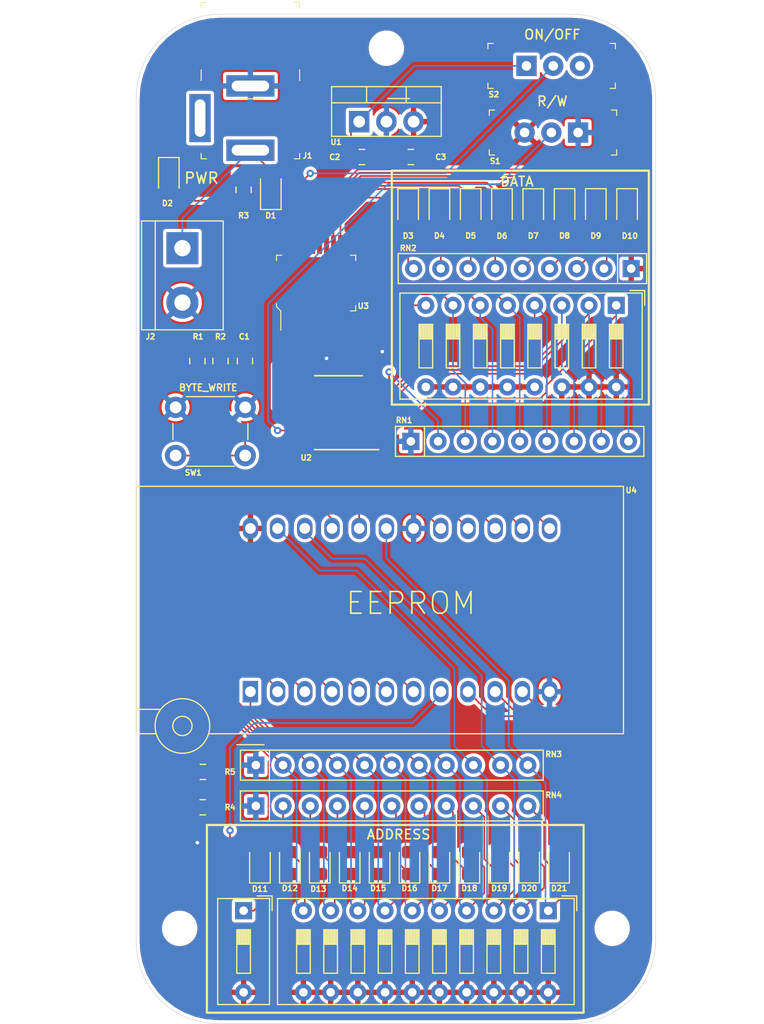
<source format=kicad_pcb>
(kicad_pcb (version 20171130) (host pcbnew "(5.1.2)-2")
  (layers (0 F.Cu signal) (31 B.Cu signal) (34 B.Paste user) (35 F.Paste user) (36 B.SilkS user) (37 F.SilkS user) (38 B.Mask user) (39 F.Mask user) (44 Edge.Cuts user))
  (net 0 "")
  (net 1 +5V)
  (net 2 WR)
  (net 3 GND)
  (net 4 "Net-(C2-Pad1)")
  (net 5 "Net-(D1-Pad1)")
  (net 6 "Net-(D1-Pad2)")
  (net 7 "Net-(D2-Pad2)")
  (net 8 "Net-(D3-Pad2)")
  (net 9 "Net-(D3-Pad1)")
  (net 10 "Net-(D4-Pad1)")
  (net 11 "Net-(D4-Pad2)")
  (net 12 "Net-(D5-Pad2)")
  (net 13 "Net-(D5-Pad1)")
  (net 14 "Net-(D6-Pad1)")
  (net 15 "Net-(D6-Pad2)")
  (net 16 "Net-(D7-Pad2)")
  (net 17 "Net-(D7-Pad1)")
  (net 18 "Net-(D8-Pad1)")
  (net 19 "Net-(D8-Pad2)")
  (net 20 "Net-(D9-Pad2)")
  (net 21 "Net-(D9-Pad1)")
  (net 22 "Net-(D10-Pad1)")
  (net 23 "Net-(D10-Pad2)")
  (net 24 "Net-(D11-Pad2)")
  (net 25 "Net-(D11-Pad1)")
  (net 26 "Net-(D12-Pad2)")
  (net 27 "Net-(D12-Pad1)")
  (net 28 "Net-(D13-Pad2)")
  (net 29 "Net-(D13-Pad1)")
  (net 30 "Net-(D14-Pad2)")
  (net 31 "Net-(D14-Pad1)")
  (net 32 "Net-(D15-Pad1)")
  (net 33 "Net-(D15-Pad2)")
  (net 34 "Net-(D16-Pad1)")
  (net 35 "Net-(D16-Pad2)")
  (net 36 "Net-(D17-Pad1)")
  (net 37 "Net-(D17-Pad2)")
  (net 38 "Net-(D18-Pad2)")
  (net 39 "Net-(D18-Pad1)")
  (net 40 "Net-(D19-Pad1)")
  (net 41 "Net-(D19-Pad2)")
  (net 42 "Net-(D20-Pad1)")
  (net 43 "Net-(D20-Pad2)")
  (net 44 "Net-(D21-Pad2)")
  (net 45 "Net-(D21-Pad1)")
  (net 46 "Net-(R1-Pad1)")
  (net 47 "Net-(RN1-Pad9)")
  (net 48 "Net-(RN1-Pad8)")
  (net 49 "Net-(RN1-Pad7)")
  (net 50 "Net-(RN1-Pad6)")
  (net 51 "Net-(RN1-Pad5)")
  (net 52 "Net-(RN1-Pad4)")
  (net 53 "Net-(RN1-Pad3)")
  (net 54 "Net-(RN1-Pad2)")
  (net 55 OE)
  (net 56 "Net-(S2-Pad3)")
  (net 57 "Net-(U2-Pad11)")
  (net 58 "Net-(U2-Pad12)")
  (net 59 "Net-(U2-Pad13)")
  (net 60 "Net-(U2-Pad14)")
  (net 61 "Net-(U2-Pad15)")
  (net 62 "Net-(U2-Pad16)")
  (net 63 "Net-(U2-Pad17)")
  (net 64 "Net-(U2-Pad18)")
  (net 65 "Net-(U3-Pad1)")
  (net 66 "Net-(U3-Pad11)")
  (net 67 "Net-(U3-Pad20)")
  (module Button_Switch_THT:SW_PUSH_6mm (layer F.Cu) (at 31.369 57.023)
    (fp_text reference SW1 (at 1.651 6.096) (layer F.SilkS) (effects (font (size 0.508 0.508) (thickness 0.127))))
    (fp_text value SW_SPST hide)
    (pad 2 thru_hole circle (at 0 4.5 90) (size 2 2) (drill 1.1) (layers *.Cu *.Mask) (net 46 "Net-(R1-Pad1)"))
    (pad 1 thru_hole circle (at 0 0 90) (size 2 2) (drill 1.1) (layers *.Cu *.Mask) (net 3 GND))
    (pad 2 thru_hole circle (at 6.5 4.5 90) (size 2 2) (drill 1.1) (layers *.Cu *.Mask) (net 46 "Net-(R1-Pad1)"))
    (pad 1 thru_hole circle (at 6.5 0 90) (size 2 2) (drill 1.1) (layers *.Cu *.Mask) (net 3 GND))
  )
  (module Resistor_THT:R_Array_SIP11 (layer F.Cu) (at 38.862 94.234)
    (fp_text reference RN4 (at 27.813 -1.016) (layer F.SilkS) (effects (font (size 0.508 0.508) (thickness 0.127))))
    (fp_text value 220 hide)
    (pad 1 thru_hole rect (at 0 0) (size 1.6 1.6) (drill 0.8) (layers *.Cu *.Mask) (net 3 GND))
    (pad 2 thru_hole oval (at 2.54 0) (size 1.6 1.6) (drill 0.8) (layers *.Cu *.Mask) (net 27 "Net-(D12-Pad1)"))
    (pad 3 thru_hole oval (at 5.08 0) (size 1.6 1.6) (drill 0.8) (layers *.Cu *.Mask) (net 29 "Net-(D13-Pad1)"))
    (pad 4 thru_hole oval (at 7.62 0) (size 1.6 1.6) (drill 0.8) (layers *.Cu *.Mask) (net 31 "Net-(D14-Pad1)"))
    (pad 5 thru_hole oval (at 10.16 0) (size 1.6 1.6) (drill 0.8) (layers *.Cu *.Mask) (net 32 "Net-(D15-Pad1)"))
    (pad 6 thru_hole oval (at 12.7 0) (size 1.6 1.6) (drill 0.8) (layers *.Cu *.Mask) (net 34 "Net-(D16-Pad1)"))
    (pad 7 thru_hole oval (at 15.24 0) (size 1.6 1.6) (drill 0.8) (layers *.Cu *.Mask) (net 36 "Net-(D17-Pad1)"))
    (pad 8 thru_hole oval (at 17.78 0) (size 1.6 1.6) (drill 0.8) (layers *.Cu *.Mask) (net 39 "Net-(D18-Pad1)"))
    (pad 9 thru_hole oval (at 20.32 0) (size 1.6 1.6) (drill 0.8) (layers *.Cu *.Mask) (net 40 "Net-(D19-Pad1)"))
    (pad 10 thru_hole oval (at 22.86 0) (size 1.6 1.6) (drill 0.8) (layers *.Cu *.Mask) (net 42 "Net-(D20-Pad1)"))
    (pad 11 thru_hole oval (at 25.4 0) (size 1.6 1.6) (drill 0.8) (layers *.Cu *.Mask) (net 45 "Net-(D21-Pad1)"))
  )
  (module Socket:DIP_Socket-24_W11.9_W12.7_W15.24_W17.78_W18.5_3M_224-1275-00-0602J (layer F.Cu) (at 38.354 83.566 90)
    (fp_text reference U4 (at 18.796 35.56 180) (layer F.SilkS) (effects (font (size 0.508 0.508) (thickness 0.127))))
    (fp_text value 28C16 hide)
    (pad 1 thru_hole rect (at 0 0 90) (size 2 1.44) (drill 1) (layers *.Cu *.Mask) (net 38 "Net-(D18-Pad2)"))
    (pad 24 thru_hole oval (at 15.24 0 90) (size 2 1.44) (drill 1) (layers *.Cu *.Mask) (net 1 +5V))
    (pad 2 thru_hole oval (at 0 2.54 90) (size 2 1.44) (drill 1) (layers *.Cu *.Mask) (net 37 "Net-(D17-Pad2)"))
    (pad 23 thru_hole oval (at 15.24 2.54 90) (size 2 1.44) (drill 1) (layers *.Cu *.Mask) (net 41 "Net-(D19-Pad2)"))
    (pad 3 thru_hole oval (at 0 5.08 90) (size 2 1.44) (drill 1) (layers *.Cu *.Mask) (net 35 "Net-(D16-Pad2)"))
    (pad 22 thru_hole oval (at 15.24 5.08 90) (size 2 1.44) (drill 1) (layers *.Cu *.Mask) (net 43 "Net-(D20-Pad2)"))
    (pad 4 thru_hole oval (at 0 7.62 90) (size 2 1.44) (drill 1) (layers *.Cu *.Mask) (net 33 "Net-(D15-Pad2)"))
    (pad 21 thru_hole oval (at 15.24 7.62 90) (size 2 1.44) (drill 1) (layers *.Cu *.Mask) (net 2 WR))
    (pad 5 thru_hole oval (at 0 10.16 90) (size 2 1.44) (drill 1) (layers *.Cu *.Mask) (net 30 "Net-(D14-Pad2)"))
    (pad 20 thru_hole oval (at 15.24 10.16 90) (size 2 1.44) (drill 1) (layers *.Cu *.Mask) (net 55 OE))
    (pad 6 thru_hole oval (at 0 12.7 90) (size 2 1.44) (drill 1) (layers *.Cu *.Mask) (net 28 "Net-(D13-Pad2)"))
    (pad 19 thru_hole oval (at 15.24 12.7 90) (size 2 1.44) (drill 1) (layers *.Cu *.Mask) (net 44 "Net-(D21-Pad2)"))
    (pad 7 thru_hole oval (at 0 15.24 90) (size 2 1.44) (drill 1) (layers *.Cu *.Mask) (net 26 "Net-(D12-Pad2)"))
    (pad 18 thru_hole oval (at 15.24 15.24 90) (size 2 1.44) (drill 1) (layers *.Cu *.Mask) (net 3 GND))
    (pad 8 thru_hole oval (at 0 17.78 90) (size 2 1.44) (drill 1) (layers *.Cu *.Mask) (net 24 "Net-(D11-Pad2)"))
    (pad 17 thru_hole oval (at 15.24 17.78 90) (size 2 1.44) (drill 1) (layers *.Cu *.Mask) (net 64 "Net-(U2-Pad18)"))
    (pad 9 thru_hole oval (at 0 20.32 90) (size 2 1.44) (drill 1) (layers *.Cu *.Mask) (net 57 "Net-(U2-Pad11)"))
    (pad 16 thru_hole oval (at 15.24 20.32 90) (size 2 1.44) (drill 1) (layers *.Cu *.Mask) (net 63 "Net-(U2-Pad17)"))
    (pad 10 thru_hole oval (at 0 22.86 90) (size 2 1.44) (drill 1) (layers *.Cu *.Mask) (net 58 "Net-(U2-Pad12)"))
    (pad 15 thru_hole oval (at 15.24 22.86 90) (size 2 1.44) (drill 1) (layers *.Cu *.Mask) (net 62 "Net-(U2-Pad16)"))
    (pad 11 thru_hole oval (at 0 25.4 90) (size 2 1.44) (drill 1) (layers *.Cu *.Mask) (net 59 "Net-(U2-Pad13)"))
    (pad 14 thru_hole oval (at 15.24 25.4 90) (size 2 1.44) (drill 1) (layers *.Cu *.Mask) (net 61 "Net-(U2-Pad15)"))
    (pad 12 thru_hole oval (at 0 27.94 90) (size 2 1.44) (drill 1) (layers *.Cu *.Mask) (net 3 GND))
    (pad 13 thru_hole oval (at 15.24 27.94 90) (size 2 1.44) (drill 1) (layers *.Cu *.Mask) (net 60 "Net-(U2-Pad14)"))
  )
  (module Button_Switch_THT:SW_DIP_SPSTx08_Slide_9.78x22.5mm_W7.62mm_P2.54mm (layer F.Cu) (at 72.517 47.498 270)
    (fp_text reference SW2 hide)
    (fp_text value SW_DIP_x08 hide)
    (pad 16 thru_hole oval (at 7.62 0 270) (size 1.6 1.6) (drill 0.8) (layers *.Cu *.Mask) (net 1 +5V))
    (pad 8 thru_hole oval (at 0 17.78 270) (size 1.6 1.6) (drill 0.8) (layers *.Cu *.Mask) (net 54 "Net-(RN1-Pad2)"))
    (pad 15 thru_hole oval (at 7.62 2.54 270) (size 1.6 1.6) (drill 0.8) (layers *.Cu *.Mask) (net 1 +5V))
    (pad 7 thru_hole oval (at 0 15.24 270) (size 1.6 1.6) (drill 0.8) (layers *.Cu *.Mask) (net 53 "Net-(RN1-Pad3)"))
    (pad 14 thru_hole oval (at 7.62 5.08 270) (size 1.6 1.6) (drill 0.8) (layers *.Cu *.Mask) (net 1 +5V))
    (pad 6 thru_hole oval (at 0 12.7 270) (size 1.6 1.6) (drill 0.8) (layers *.Cu *.Mask) (net 52 "Net-(RN1-Pad4)"))
    (pad 13 thru_hole oval (at 7.62 7.62 270) (size 1.6 1.6) (drill 0.8) (layers *.Cu *.Mask) (net 1 +5V))
    (pad 5 thru_hole oval (at 0 10.16 270) (size 1.6 1.6) (drill 0.8) (layers *.Cu *.Mask) (net 51 "Net-(RN1-Pad5)"))
    (pad 12 thru_hole oval (at 7.62 10.16 270) (size 1.6 1.6) (drill 0.8) (layers *.Cu *.Mask) (net 1 +5V))
    (pad 4 thru_hole oval (at 0 7.62 270) (size 1.6 1.6) (drill 0.8) (layers *.Cu *.Mask) (net 50 "Net-(RN1-Pad6)"))
    (pad 11 thru_hole oval (at 7.62 12.7 270) (size 1.6 1.6) (drill 0.8) (layers *.Cu *.Mask) (net 1 +5V))
    (pad 3 thru_hole oval (at 0 5.08 270) (size 1.6 1.6) (drill 0.8) (layers *.Cu *.Mask) (net 49 "Net-(RN1-Pad7)"))
    (pad 10 thru_hole oval (at 7.62 15.24 270) (size 1.6 1.6) (drill 0.8) (layers *.Cu *.Mask) (net 1 +5V))
    (pad 2 thru_hole oval (at 0 2.54 270) (size 1.6 1.6) (drill 0.8) (layers *.Cu *.Mask) (net 48 "Net-(RN1-Pad8)"))
    (pad 9 thru_hole oval (at 7.62 17.78 270) (size 1.6 1.6) (drill 0.8) (layers *.Cu *.Mask) (net 1 +5V))
    (pad 1 thru_hole rect (at 0 0 270) (size 1.6 1.6) (drill 0.8) (layers *.Cu *.Mask) (net 47 "Net-(RN1-Pad9)"))
  )
  (module Resistor_SMD:R_0805_2012Metric_Pad1.15x1.40mm_HandSolder (layer F.Cu) (at 33.9 94.361 180)
    (fp_text reference R4 (at -2.549 0) (layer F.SilkS) (effects (font (size 0.508 0.508) (thickness 0.127))))
    (fp_text value 10k hide)
    (pad 1 smd roundrect (at -1.025 0 180) (size 1.15 1.4) (layers F.Cu F.Paste F.Mask) (roundrect_rratio 0.217391) (net 3 GND))
    (pad 2 smd roundrect (at 1.025 0 180) (size 1.15 1.4) (layers F.Cu F.Paste F.Mask) (roundrect_rratio 0.217391) (net 24 "Net-(D11-Pad2)"))
  )
  (module Resistor_SMD:R_0805_2012Metric_Pad1.15x1.40mm_HandSolder (layer F.Cu) (at 33.918 91.059 180)
    (fp_text reference R5 (at -2.531 0) (layer F.SilkS) (effects (font (size 0.508 0.508) (thickness 0.127))))
    (fp_text value 220)
    (pad 1 smd roundrect (at -1.025 0 180) (size 1.15 1.4) (layers F.Cu F.Paste F.Mask) (roundrect_rratio 0.217391) (net 3 GND))
    (pad 2 smd roundrect (at 1.025 0 180) (size 1.15 1.4) (layers F.Cu F.Paste F.Mask) (roundrect_rratio 0.217391) (net 25 "Net-(D11-Pad1)"))
  )
  (module Button_Switch_THT:SW_DIP_SPSTx10_Slide_9.78x27.58mm_W7.62mm_P2.54mm (layer F.Cu) (at 66.167 104.013 270)
    (fp_text reference SW3 hide)
    (fp_text value SW_DIP_x10 hide)
    (pad 1 thru_hole rect (at 0 0 270) (size 1.6 1.6) (drill 0.8) (layers *.Cu *.Mask) (net 44 "Net-(D21-Pad2)"))
    (pad 11 thru_hole oval (at 7.62 22.86 270) (size 1.6 1.6) (drill 0.8) (layers *.Cu *.Mask) (net 1 +5V))
    (pad 2 thru_hole oval (at 0 2.54 270) (size 1.6 1.6) (drill 0.8) (layers *.Cu *.Mask) (net 43 "Net-(D20-Pad2)"))
    (pad 12 thru_hole oval (at 7.62 20.32 270) (size 1.6 1.6) (drill 0.8) (layers *.Cu *.Mask) (net 1 +5V))
    (pad 3 thru_hole oval (at 0 5.08 270) (size 1.6 1.6) (drill 0.8) (layers *.Cu *.Mask) (net 41 "Net-(D19-Pad2)"))
    (pad 13 thru_hole oval (at 7.62 17.78 270) (size 1.6 1.6) (drill 0.8) (layers *.Cu *.Mask) (net 1 +5V))
    (pad 4 thru_hole oval (at 0 7.62 270) (size 1.6 1.6) (drill 0.8) (layers *.Cu *.Mask) (net 38 "Net-(D18-Pad2)"))
    (pad 14 thru_hole oval (at 7.62 15.24 270) (size 1.6 1.6) (drill 0.8) (layers *.Cu *.Mask) (net 1 +5V))
    (pad 5 thru_hole oval (at 0 10.16 270) (size 1.6 1.6) (drill 0.8) (layers *.Cu *.Mask) (net 37 "Net-(D17-Pad2)"))
    (pad 15 thru_hole oval (at 7.62 12.7 270) (size 1.6 1.6) (drill 0.8) (layers *.Cu *.Mask) (net 1 +5V))
    (pad 6 thru_hole oval (at 0 12.7 270) (size 1.6 1.6) (drill 0.8) (layers *.Cu *.Mask) (net 35 "Net-(D16-Pad2)"))
    (pad 16 thru_hole oval (at 7.62 10.16 270) (size 1.6 1.6) (drill 0.8) (layers *.Cu *.Mask) (net 1 +5V))
    (pad 7 thru_hole oval (at 0 15.24 270) (size 1.6 1.6) (drill 0.8) (layers *.Cu *.Mask) (net 33 "Net-(D15-Pad2)"))
    (pad 17 thru_hole oval (at 7.62 7.62 270) (size 1.6 1.6) (drill 0.8) (layers *.Cu *.Mask) (net 1 +5V))
    (pad 8 thru_hole oval (at 0 17.78 270) (size 1.6 1.6) (drill 0.8) (layers *.Cu *.Mask) (net 30 "Net-(D14-Pad2)"))
    (pad 18 thru_hole oval (at 7.62 5.08 270) (size 1.6 1.6) (drill 0.8) (layers *.Cu *.Mask) (net 1 +5V))
    (pad 9 thru_hole oval (at 0 20.32 270) (size 1.6 1.6) (drill 0.8) (layers *.Cu *.Mask) (net 28 "Net-(D13-Pad2)"))
    (pad 19 thru_hole oval (at 7.62 2.54 270) (size 1.6 1.6) (drill 0.8) (layers *.Cu *.Mask) (net 1 +5V))
    (pad 10 thru_hole oval (at 0 22.86 270) (size 1.6 1.6) (drill 0.8) (layers *.Cu *.Mask) (net 26 "Net-(D12-Pad2)"))
    (pad 20 thru_hole oval (at 7.62 0 270) (size 1.6 1.6) (drill 0.8) (layers *.Cu *.Mask) (net 1 +5V))
  )
  (module LED_SMD:LED_0805_2012Metric_Pad1.15x1.40mm_HandSolder (layer F.Cu) (at 67.691 38.472 270)
    (fp_text reference D8 (at 2.531 0 180) (layer F.SilkS) (effects (font (size 0.508 0.508) (thickness 0.127))))
    (fp_text value RED hide)
    (pad 2 smd roundrect (at 1.025 0 270) (size 1.15 1.4) (layers F.Cu F.Paste F.Mask) (roundrect_rratio 0.217391) (net 19 "Net-(D8-Pad2)"))
    (pad 1 smd roundrect (at -1.025 0 270) (size 1.15 1.4) (layers F.Cu F.Paste F.Mask) (roundrect_rratio 0.217391) (net 18 "Net-(D8-Pad1)"))
  )
  (module LED_SMD:LED_0805_2012Metric_Pad1.15x1.40mm_HandSolder (layer F.Cu) (at 58.928 38.472 270)
    (fp_text reference D5 (at 2.531 0 180) (layer F.SilkS) (effects (font (size 0.508 0.508) (thickness 0.127))))
    (fp_text value RED hide)
    (pad 1 smd roundrect (at -1.025 0 270) (size 1.15 1.4) (layers F.Cu F.Paste F.Mask) (roundrect_rratio 0.217391) (net 13 "Net-(D5-Pad1)"))
    (pad 2 smd roundrect (at 1.025 0 270) (size 1.15 1.4) (layers F.Cu F.Paste F.Mask) (roundrect_rratio 0.217391) (net 12 "Net-(D5-Pad2)"))
  )
  (module LED_SMD:LED_0805_2012Metric_Pad1.15x1.40mm_HandSolder (layer F.Cu) (at 56.007 38.472 270)
    (fp_text reference D4 (at 2.531 0 180) (layer F.SilkS) (effects (font (size 0.508 0.508) (thickness 0.127))))
    (fp_text value RED hide)
    (pad 2 smd roundrect (at 1.025 0 270) (size 1.15 1.4) (layers F.Cu F.Paste F.Mask) (roundrect_rratio 0.217391) (net 11 "Net-(D4-Pad2)"))
    (pad 1 smd roundrect (at -1.025 0 270) (size 1.15 1.4) (layers F.Cu F.Paste F.Mask) (roundrect_rratio 0.217391) (net 10 "Net-(D4-Pad1)"))
  )
  (module LED_SMD:LED_0805_2012Metric_Pad1.15x1.40mm_HandSolder (layer F.Cu) (at 64.77 38.481 270)
    (fp_text reference D7 (at 2.531 0 180) (layer F.SilkS) (effects (font (size 0.508 0.508) (thickness 0.127))))
    (fp_text value RED hide)
    (pad 1 smd roundrect (at -1.025 0 270) (size 1.15 1.4) (layers F.Cu F.Paste F.Mask) (roundrect_rratio 0.217391) (net 17 "Net-(D7-Pad1)"))
    (pad 2 smd roundrect (at 1.025 0 270) (size 1.15 1.4) (layers F.Cu F.Paste F.Mask) (roundrect_rratio 0.217391) (net 16 "Net-(D7-Pad2)"))
  )
  (module LED_SMD:LED_0805_2012Metric_Pad1.15x1.40mm_HandSolder (layer F.Cu) (at 70.612 38.472 270)
    (fp_text reference D9 (at 2.54 0 180) (layer F.SilkS) (effects (font (size 0.508 0.508) (thickness 0.127))))
    (fp_text value RED hide)
    (pad 1 smd roundrect (at -1.025 0 270) (size 1.15 1.4) (layers F.Cu F.Paste F.Mask) (roundrect_rratio 0.217391) (net 21 "Net-(D9-Pad1)"))
    (pad 2 smd roundrect (at 1.025 0 270) (size 1.15 1.4) (layers F.Cu F.Paste F.Mask) (roundrect_rratio 0.217391) (net 20 "Net-(D9-Pad2)"))
  )
  (module LED_SMD:LED_0805_2012Metric_Pad1.15x1.40mm_HandSolder (layer F.Cu) (at 53.086 38.472 270)
    (fp_text reference D3 (at 2.54 0 180) (layer F.SilkS) (effects (font (size 0.508 0.508) (thickness 0.127))))
    (fp_text value RED hide)
    (pad 1 smd roundrect (at -1.025 0 270) (size 1.15 1.4) (layers F.Cu F.Paste F.Mask) (roundrect_rratio 0.217391) (net 9 "Net-(D3-Pad1)"))
    (pad 2 smd roundrect (at 1.025 0 270) (size 1.15 1.4) (layers F.Cu F.Paste F.Mask) (roundrect_rratio 0.217391) (net 8 "Net-(D3-Pad2)"))
  )
  (module LED_SMD:LED_0805_2012Metric_Pad1.15x1.40mm_HandSolder (layer F.Cu) (at 73.533 38.472 270)
    (fp_text reference D10 (at 2.549 -0.254 180) (layer F.SilkS) (effects (font (size 0.508 0.508) (thickness 0.127))))
    (fp_text value RED hide)
    (pad 2 smd roundrect (at 1.025 0 270) (size 1.15 1.4) (layers F.Cu F.Paste F.Mask) (roundrect_rratio 0.217391) (net 23 "Net-(D10-Pad2)"))
    (pad 1 smd roundrect (at -1.025 0 270) (size 1.15 1.4) (layers F.Cu F.Paste F.Mask) (roundrect_rratio 0.217391) (net 22 "Net-(D10-Pad1)"))
  )
  (module LED_SMD:LED_0805_2012Metric_Pad1.15x1.40mm_HandSolder (layer F.Cu) (at 61.849 38.472 270)
    (fp_text reference D6 (at 2.549 0 180) (layer F.SilkS) (effects (font (size 0.508 0.508) (thickness 0.127))))
    (fp_text value RED hide)
    (pad 2 smd roundrect (at 1.025 0 270) (size 1.15 1.4) (layers F.Cu F.Paste F.Mask) (roundrect_rratio 0.217391) (net 15 "Net-(D6-Pad2)"))
    (pad 1 smd roundrect (at -1.025 0 270) (size 1.15 1.4) (layers F.Cu F.Paste F.Mask) (roundrect_rratio 0.217391) (net 14 "Net-(D6-Pad1)"))
  )
  (module Resistor_THT:R_Array_SIP9 (layer F.Cu) (at 73.914 44.069 180)
    (fp_text reference RN2 (at 20.828 1.905 180) (layer F.SilkS) (effects (font (size 0.508 0.508) (thickness 0.127))))
    (fp_text value 220 hide)
    (pad 1 thru_hole rect (at 0 0 180) (size 1.6 1.6) (drill 0.8) (layers *.Cu *.Mask) (net 1 +5V))
    (pad 2 thru_hole oval (at 2.54 0 180) (size 1.6 1.6) (drill 0.8) (layers *.Cu *.Mask) (net 23 "Net-(D10-Pad2)"))
    (pad 3 thru_hole oval (at 5.08 0 180) (size 1.6 1.6) (drill 0.8) (layers *.Cu *.Mask) (net 20 "Net-(D9-Pad2)"))
    (pad 4 thru_hole oval (at 7.62 0 180) (size 1.6 1.6) (drill 0.8) (layers *.Cu *.Mask) (net 19 "Net-(D8-Pad2)"))
    (pad 5 thru_hole oval (at 10.16 0 180) (size 1.6 1.6) (drill 0.8) (layers *.Cu *.Mask) (net 16 "Net-(D7-Pad2)"))
    (pad 6 thru_hole oval (at 12.7 0 180) (size 1.6 1.6) (drill 0.8) (layers *.Cu *.Mask) (net 15 "Net-(D6-Pad2)"))
    (pad 7 thru_hole oval (at 15.24 0 180) (size 1.6 1.6) (drill 0.8) (layers *.Cu *.Mask) (net 12 "Net-(D5-Pad2)"))
    (pad 8 thru_hole oval (at 17.78 0 180) (size 1.6 1.6) (drill 0.8) (layers *.Cu *.Mask) (net 11 "Net-(D4-Pad2)"))
    (pad 9 thru_hole oval (at 20.32 0 180) (size 1.6 1.6) (drill 0.8) (layers *.Cu *.Mask) (net 8 "Net-(D3-Pad2)"))
  )
  (module Resistor_THT:R_Array_SIP9 (layer F.Cu) (at 53.34 60.198)
    (fp_text reference RN1 (at -0.635 -1.9685 180) (layer F.SilkS) (effects (font (size 0.508 0.508) (thickness 0.127))))
    (fp_text value R_VALUE hide)
    (pad 9 thru_hole oval (at 20.32 0) (size 1.6 1.6) (drill 0.8) (layers *.Cu *.Mask) (net 47 "Net-(RN1-Pad9)"))
    (pad 8 thru_hole oval (at 17.78 0) (size 1.6 1.6) (drill 0.8) (layers *.Cu *.Mask) (net 48 "Net-(RN1-Pad8)"))
    (pad 7 thru_hole oval (at 15.24 0) (size 1.6 1.6) (drill 0.8) (layers *.Cu *.Mask) (net 49 "Net-(RN1-Pad7)"))
    (pad 6 thru_hole oval (at 12.7 0) (size 1.6 1.6) (drill 0.8) (layers *.Cu *.Mask) (net 50 "Net-(RN1-Pad6)"))
    (pad 5 thru_hole oval (at 10.16 0) (size 1.6 1.6) (drill 0.8) (layers *.Cu *.Mask) (net 51 "Net-(RN1-Pad5)"))
    (pad 4 thru_hole oval (at 7.62 0) (size 1.6 1.6) (drill 0.8) (layers *.Cu *.Mask) (net 52 "Net-(RN1-Pad4)"))
    (pad 3 thru_hole oval (at 5.08 0) (size 1.6 1.6) (drill 0.8) (layers *.Cu *.Mask) (net 53 "Net-(RN1-Pad3)"))
    (pad 2 thru_hole oval (at 2.54 0) (size 1.6 1.6) (drill 0.8) (layers *.Cu *.Mask) (net 54 "Net-(RN1-Pad2)"))
    (pad 1 thru_hole rect (at 0 0) (size 1.6 1.6) (drill 0.8) (layers *.Cu *.Mask) (net 3 GND))
  )
  (module MountingHole:MountingHole_2.7mm_M2.5_ISO14580 (layer F.Cu) (at 31.75 105.664)
    (fp_text reference REF** hide)
    (fp_text value MountingHole_2.7mm_M2.5_ISO14580)
    (pad 1 np_thru_hole circle (at 0 0) (size 2.7 2.7) (drill 2.7) (layers *.Cu *.Mask))
  )
  (module MountingHole:MountingHole_2.7mm_M2.5_ISO14580 (layer F.Cu) (at 72.136 105.664)
    (fp_text reference REF** hide)
    (fp_text value MountingHole_2.7mm_M2.5_ISO14580)
    (pad 1 np_thru_hole circle (at 0 0) (size 2.7 2.7) (drill 2.7) (layers *.Cu *.Mask))
  )
  (module MountingHole:MountingHole_2.7mm_M2.5_ISO14580 (layer F.Cu) (at 51.054 23.495)
    (fp_text reference REF** hide)
    (fp_text value MountingHole_2.7mm_M2.5_ISO14580)
    (pad 1 np_thru_hole circle (at 0 0) (size 2.7 2.7) (drill 2.7) (layers *.Cu *.Mask))
  )
  (module Capacitor_SMD:C_0805_2012Metric_Pad1.15x1.40mm_HandSolder (layer F.Cu) (at 37.846 52.696 90)
    (fp_text reference C1 (at 2.277 -0.0635 180) (layer F.SilkS) (effects (font (size 0.508 0.508) (thickness 0.127))))
    (fp_text value 10nF hide)
    (pad 1 smd roundrect (at -1.025 0 90) (size 1.15 1.4) (layers F.Cu F.Paste F.Mask) (roundrect_rratio 0.217391) (net 1 +5V))
    (pad 2 smd roundrect (at 1.025 0 90) (size 1.15 1.4) (layers F.Cu F.Paste F.Mask) (roundrect_rratio 0.217391) (net 2 WR))
  )
  (module Capacitor_SMD:C_0805_2012Metric_Pad1.15x1.40mm_HandSolder (layer F.Cu) (at 48.768 33.655)
    (fp_text reference C2 (at -2.54 0) (layer F.SilkS) (effects (font (size 0.508 0.508) (thickness 0.127))))
    (fp_text value .33uF hide)
    (pad 2 smd roundrect (at 1.025 0) (size 1.15 1.4) (layers F.Cu F.Paste F.Mask) (roundrect_rratio 0.217391) (net 3 GND))
    (pad 1 smd roundrect (at -1.025 0) (size 1.15 1.4) (layers F.Cu F.Paste F.Mask) (roundrect_rratio 0.217391) (net 4 "Net-(C2-Pad1)"))
  )
  (module Capacitor_SMD:C_0805_2012Metric_Pad1.15x1.40mm_HandSolder (layer F.Cu) (at 53.34 33.655 180)
    (fp_text reference C3 (at -2.794 0) (layer F.SilkS) (effects (font (size 0.508 0.508) (thickness 0.127))))
    (fp_text value .1uF hide)
    (pad 1 smd roundrect (at -1.025 0 180) (size 1.15 1.4) (layers F.Cu F.Paste F.Mask) (roundrect_rratio 0.217391) (net 1 +5V))
    (pad 2 smd roundrect (at 1.025 0 180) (size 1.15 1.4) (layers F.Cu F.Paste F.Mask) (roundrect_rratio 0.217391) (net 3 GND))
  )
  (module Diode_SMD:D_0805_2012Metric_Pad1.15x1.40mm_HandSolder (layer F.Cu) (at 40.259 36.694 90)
    (fp_text reference D1 (at -2.422 0 180) (layer F.SilkS) (effects (font (size 0.508 0.508) (thickness 0.127))))
    (fp_text value D hide)
    (pad 1 smd roundrect (at -1.025 0 90) (size 1.15 1.4) (layers F.Cu F.Paste F.Mask) (roundrect_rratio 0.217391) (net 5 "Net-(D1-Pad1)"))
    (pad 2 smd roundrect (at 1.025 0 90) (size 1.15 1.4) (layers F.Cu F.Paste F.Mask) (roundrect_rratio 0.217391) (net 6 "Net-(D1-Pad2)"))
  )
  (module LED_SMD:LED_0805_2012Metric_Pad1.15x1.40mm_HandSolder (layer F.Cu) (at 30.734 35.56 270)
    (fp_text reference D2 (at 2.413 0.127 180) (layer F.SilkS) (effects (font (size 0.508 0.508) (thickness 0.127))))
    (fp_text value D2 hide)
    (pad 1 smd roundrect (at -1.025 0 270) (size 1.15 1.4) (layers F.Cu F.Paste F.Mask) (roundrect_rratio 0.217391) (net 3 GND))
    (pad 2 smd roundrect (at 1.025 0 270) (size 1.15 1.4) (layers F.Cu F.Paste F.Mask) (roundrect_rratio 0.217391) (net 7 "Net-(D2-Pad2)"))
  )
  (module LED_SMD:LED_0805_2012Metric_Pad1.15x1.40mm_HandSolder (layer F.Cu) (at 39.243 99.568 90)
    (fp_text reference D11 (at -2.413 0 180) (layer F.SilkS) (effects (font (size 0.508 0.508) (thickness 0.127))))
    (fp_text value RED hide)
    (pad 2 smd roundrect (at 1.025 0 90) (size 1.15 1.4) (layers F.Cu F.Paste F.Mask) (roundrect_rratio 0.217391) (net 24 "Net-(D11-Pad2)"))
    (pad 1 smd roundrect (at -1.025 0 90) (size 1.15 1.4) (layers F.Cu F.Paste F.Mask) (roundrect_rratio 0.217391) (net 25 "Net-(D11-Pad1)"))
  )
  (module LED_SMD:LED_0805_2012Metric_Pad1.15x1.40mm_HandSolder (layer F.Cu) (at 42.037 99.568 90)
    (fp_text reference D12 (at -2.3495 0 180) (layer F.SilkS) (effects (font (size 0.508 0.508) (thickness 0.127))))
    (fp_text value RED hide)
    (pad 2 smd roundrect (at 1.025 0 90) (size 1.15 1.4) (layers F.Cu F.Paste F.Mask) (roundrect_rratio 0.217391) (net 26 "Net-(D12-Pad2)"))
    (pad 1 smd roundrect (at -1.025 0 90) (size 1.15 1.4) (layers F.Cu F.Paste F.Mask) (roundrect_rratio 0.217391) (net 27 "Net-(D12-Pad1)"))
  )
  (module LED_SMD:LED_0805_2012Metric_Pad1.15x1.40mm_HandSolder (layer F.Cu) (at 44.831 99.568 90)
    (fp_text reference D13 (at -2.413 -0.127 180) (layer F.SilkS) (effects (font (size 0.508 0.508) (thickness 0.127))))
    (fp_text value RED hide)
    (pad 2 smd roundrect (at 1.025 0 90) (size 1.15 1.4) (layers F.Cu F.Paste F.Mask) (roundrect_rratio 0.217391) (net 28 "Net-(D13-Pad2)"))
    (pad 1 smd roundrect (at -1.025 0 90) (size 1.15 1.4) (layers F.Cu F.Paste F.Mask) (roundrect_rratio 0.217391) (net 29 "Net-(D13-Pad1)"))
  )
  (module LED_SMD:LED_0805_2012Metric_Pad1.15x1.40mm_HandSolder (layer F.Cu) (at 47.625 99.568 90)
    (fp_text reference D14 (at -2.3495 0 180) (layer F.SilkS) (effects (font (size 0.508 0.508) (thickness 0.127))))
    (fp_text value RED hide)
    (pad 2 smd roundrect (at 1.025 0 90) (size 1.15 1.4) (layers F.Cu F.Paste F.Mask) (roundrect_rratio 0.217391) (net 30 "Net-(D14-Pad2)"))
    (pad 1 smd roundrect (at -1.025 0 90) (size 1.15 1.4) (layers F.Cu F.Paste F.Mask) (roundrect_rratio 0.217391) (net 31 "Net-(D14-Pad1)"))
  )
  (module LED_SMD:LED_0805_2012Metric_Pad1.15x1.40mm_HandSolder (layer F.Cu) (at 50.419 99.568 90)
    (fp_text reference D15 (at -2.3495 -0.127 180) (layer F.SilkS) (effects (font (size 0.508 0.508) (thickness 0.127))))
    (fp_text value RED hide)
    (pad 1 smd roundrect (at -1.025 0 90) (size 1.15 1.4) (layers F.Cu F.Paste F.Mask) (roundrect_rratio 0.217391) (net 32 "Net-(D15-Pad1)"))
    (pad 2 smd roundrect (at 1.025 0 90) (size 1.15 1.4) (layers F.Cu F.Paste F.Mask) (roundrect_rratio 0.217391) (net 33 "Net-(D15-Pad2)"))
  )
  (module LED_SMD:LED_0805_2012Metric_Pad1.15x1.40mm_HandSolder (layer F.Cu) (at 53.213 99.568 90)
    (fp_text reference D16 (at -2.3495 0 180) (layer F.SilkS) (effects (font (size 0.508 0.508) (thickness 0.127))))
    (fp_text value RED hide)
    (pad 1 smd roundrect (at -1.025 0 90) (size 1.15 1.4) (layers F.Cu F.Paste F.Mask) (roundrect_rratio 0.217391) (net 34 "Net-(D16-Pad1)"))
    (pad 2 smd roundrect (at 1.025 0 90) (size 1.15 1.4) (layers F.Cu F.Paste F.Mask) (roundrect_rratio 0.217391) (net 35 "Net-(D16-Pad2)"))
  )
  (module LED_SMD:LED_0805_2012Metric_Pad1.15x1.40mm_HandSolder (layer F.Cu) (at 56.007 99.568 90)
    (fp_text reference D17 (at -2.3495 0 180) (layer F.SilkS) (effects (font (size 0.508 0.508) (thickness 0.127))))
    (fp_text value RED hide)
    (pad 1 smd roundrect (at -1.025 0 90) (size 1.15 1.4) (layers F.Cu F.Paste F.Mask) (roundrect_rratio 0.217391) (net 36 "Net-(D17-Pad1)"))
    (pad 2 smd roundrect (at 1.025 0 90) (size 1.15 1.4) (layers F.Cu F.Paste F.Mask) (roundrect_rratio 0.217391) (net 37 "Net-(D17-Pad2)"))
  )
  (module LED_SMD:LED_0805_2012Metric_Pad1.15x1.40mm_HandSolder (layer F.Cu) (at 58.801 99.577 90)
    (fp_text reference D18 (at -2.3405 0 180) (layer F.SilkS) (effects (font (size 0.508 0.508) (thickness 0.127))))
    (fp_text value RED hide)
    (pad 2 smd roundrect (at 1.025 0 90) (size 1.15 1.4) (layers F.Cu F.Paste F.Mask) (roundrect_rratio 0.217391) (net 38 "Net-(D18-Pad2)"))
    (pad 1 smd roundrect (at -1.025 0 90) (size 1.15 1.4) (layers F.Cu F.Paste F.Mask) (roundrect_rratio 0.217391) (net 39 "Net-(D18-Pad1)"))
  )
  (module LED_SMD:LED_0805_2012Metric_Pad1.15x1.40mm_HandSolder (layer F.Cu) (at 61.595 99.568 90)
    (fp_text reference D19 (at -2.3495 0 180) (layer F.SilkS) (effects (font (size 0.508 0.508) (thickness 0.127))))
    (fp_text value RED hide)
    (pad 1 smd roundrect (at -1.025 0 90) (size 1.15 1.4) (layers F.Cu F.Paste F.Mask) (roundrect_rratio 0.217391) (net 40 "Net-(D19-Pad1)"))
    (pad 2 smd roundrect (at 1.025 0 90) (size 1.15 1.4) (layers F.Cu F.Paste F.Mask) (roundrect_rratio 0.217391) (net 41 "Net-(D19-Pad2)"))
  )
  (module LED_SMD:LED_0805_2012Metric_Pad1.15x1.40mm_HandSolder (layer F.Cu) (at 64.389 99.559 90)
    (fp_text reference D20 (at -2.3585 0 180) (layer F.SilkS) (effects (font (size 0.508 0.508) (thickness 0.127))))
    (fp_text value RED hide)
    (pad 1 smd roundrect (at -1.025 0 90) (size 1.15 1.4) (layers F.Cu F.Paste F.Mask) (roundrect_rratio 0.217391) (net 42 "Net-(D20-Pad1)"))
    (pad 2 smd roundrect (at 1.025 0 90) (size 1.15 1.4) (layers F.Cu F.Paste F.Mask) (roundrect_rratio 0.217391) (net 43 "Net-(D20-Pad2)"))
  )
  (module LED_SMD:LED_0805_2012Metric_Pad1.15x1.40mm_HandSolder (layer F.Cu) (at 67.183 99.568 90)
    (fp_text reference D21 (at -2.3495 0 180) (layer F.SilkS) (effects (font (size 0.508 0.508) (thickness 0.127))))
    (fp_text value RED hide)
    (pad 2 smd roundrect (at 1.025 0 90) (size 1.15 1.4) (layers F.Cu F.Paste F.Mask) (roundrect_rratio 0.217391) (net 44 "Net-(D21-Pad2)"))
    (pad 1 smd roundrect (at -1.025 0 90) (size 1.15 1.4) (layers F.Cu F.Paste F.Mask) (roundrect_rratio 0.217391) (net 45 "Net-(D21-Pad1)"))
  )
  (module digikey-footprints:Barrel_Jack_5.5mmODx2.1mmID_PJ-202A (layer F.Cu) (at 38.354 30.02)
    (fp_text reference J1 (at 5.334 3.508) (layer F.SilkS) (effects (font (size 0.508 0.508) (thickness 0.127))))
    (fp_text value Barrel_Jack hide)
    (pad 3 thru_hole rect (at -4.7 0) (size 2 4.5) (drill oval 1 3.5) (layers *.Cu *.Mask))
    (pad 1 thru_hole rect (at 0 3) (size 4.5 2) (drill oval 3.5 1) (layers *.Cu *.Mask) (net 6 "Net-(D1-Pad2)"))
    (pad 2 thru_hole rect (at 0 -3) (size 4.5 2) (drill oval 3.5 1) (layers *.Cu *.Mask) (net 3 GND))
  )
  (module TerminalBlock:TerminalBlock_bornier-2_P5.08mm (layer F.Cu) (at 32.004 42.164 270)
    (fp_text reference J2 (at 8.255 2.9845 180) (layer F.SilkS) (effects (font (size 0.508 0.508) (thickness 0.127))))
    (fp_text value Conn_01x02 hide)
    (pad 1 thru_hole rect (at 0 0 270) (size 3 3) (drill 1.52) (layers *.Cu *.Mask) (net 6 "Net-(D1-Pad2)"))
    (pad 2 thru_hole circle (at 5.08 0 270) (size 3 3) (drill 1.52) (layers *.Cu *.Mask) (net 3 GND))
  )
  (module Resistor_SMD:R_0805_2012Metric_Pad1.15x1.40mm_HandSolder (layer F.Cu) (at 33.401 52.705 90)
    (fp_text reference R1 (at 2.286 0.0635 180) (layer F.SilkS) (effects (font (size 0.508 0.508) (thickness 0.127))))
    (fp_text value 10k hide)
    (pad 1 smd roundrect (at -1.025 0 90) (size 1.15 1.4) (layers F.Cu F.Paste F.Mask) (roundrect_rratio 0.217391) (net 46 "Net-(R1-Pad1)"))
    (pad 2 smd roundrect (at 1.025 0 90) (size 1.15 1.4) (layers F.Cu F.Paste F.Mask) (roundrect_rratio 0.217391) (net 1 +5V))
  )
  (module Resistor_SMD:R_0805_2012Metric_Pad1.15x1.40mm_HandSolder (layer F.Cu) (at 35.56 52.696 90)
    (fp_text reference R2 (at 2.277 0 180) (layer F.SilkS) (effects (font (size 0.508 0.508) (thickness 0.127))))
    (fp_text value 680 hide)
    (pad 2 smd roundrect (at 1.025 0 90) (size 1.15 1.4) (layers F.Cu F.Paste F.Mask) (roundrect_rratio 0.217391) (net 1 +5V))
    (pad 1 smd roundrect (at -1.025 0 90) (size 1.15 1.4) (layers F.Cu F.Paste F.Mask) (roundrect_rratio 0.217391) (net 2 WR))
  )
  (module Resistor_SMD:R_0805_2012Metric_Pad1.15x1.40mm_HandSolder (layer F.Cu) (at 37.719 36.712 270)
    (fp_text reference R3 (at 2.404 0 180) (layer F.SilkS) (effects (font (size 0.508 0.508) (thickness 0.127))))
    (fp_text value R_US hide)
    (pad 2 smd roundrect (at 1.025 0 270) (size 1.15 1.4) (layers F.Cu F.Paste F.Mask) (roundrect_rratio 0.217391) (net 7 "Net-(D2-Pad2)"))
    (pad 1 smd roundrect (at -1.025 0 270) (size 1.15 1.4) (layers F.Cu F.Paste F.Mask) (roundrect_rratio 0.217391) (net 1 +5V))
  )
  (module Resistor_THT:R_Array_SIP11 (layer F.Cu) (at 38.862 90.424)
    (fp_text reference RN3 (at 27.813 -1.016) (layer F.SilkS) (effects (font (size 0.508 0.508) (thickness 0.127))))
    (fp_text value 10k hide)
    (pad 1 thru_hole rect (at 0 0) (size 1.6 1.6) (drill 0.8) (layers *.Cu *.Mask) (net 3 GND))
    (pad 2 thru_hole oval (at 2.54 0) (size 1.6 1.6) (drill 0.8) (layers *.Cu *.Mask) (net 26 "Net-(D12-Pad2)"))
    (pad 3 thru_hole oval (at 5.08 0) (size 1.6 1.6) (drill 0.8) (layers *.Cu *.Mask) (net 28 "Net-(D13-Pad2)"))
    (pad 4 thru_hole oval (at 7.62 0) (size 1.6 1.6) (drill 0.8) (layers *.Cu *.Mask) (net 30 "Net-(D14-Pad2)"))
    (pad 5 thru_hole oval (at 10.16 0) (size 1.6 1.6) (drill 0.8) (layers *.Cu *.Mask) (net 33 "Net-(D15-Pad2)"))
    (pad 6 thru_hole oval (at 12.7 0) (size 1.6 1.6) (drill 0.8) (layers *.Cu *.Mask) (net 35 "Net-(D16-Pad2)"))
    (pad 7 thru_hole oval (at 15.24 0) (size 1.6 1.6) (drill 0.8) (layers *.Cu *.Mask) (net 37 "Net-(D17-Pad2)"))
    (pad 8 thru_hole oval (at 17.78 0) (size 1.6 1.6) (drill 0.8) (layers *.Cu *.Mask) (net 38 "Net-(D18-Pad2)"))
    (pad 9 thru_hole oval (at 20.32 0) (size 1.6 1.6) (drill 0.8) (layers *.Cu *.Mask) (net 41 "Net-(D19-Pad2)"))
    (pad 10 thru_hole oval (at 22.86 0) (size 1.6 1.6) (drill 0.8) (layers *.Cu *.Mask) (net 43 "Net-(D20-Pad2)"))
    (pad 11 thru_hole oval (at 25.4 0) (size 1.6 1.6) (drill 0.8) (layers *.Cu *.Mask) (net 44 "Net-(D21-Pad2)"))
  )
  (module digikey-footprints:Switch_Slide_11.6x4mm_EG1218 (layer F.Cu) (at 68.961 31.369 180)
    (fp_text reference S1 (at 7.747 -2.667) (layer F.SilkS) (effects (font (size 0.508 0.508) (thickness 0.127))))
    (fp_text value READ/WRITE hide)
    (pad 1 thru_hole rect (at 0 0 180) (size 1.9 1.9) (drill 0.9) (layers *.Cu *.Mask) (net 3 GND))
    (pad 2 thru_hole circle (at 2.5 0 180) (size 1.9 1.9) (drill 0.9) (layers *.Cu *.Mask) (net 55 OE))
    (pad 3 thru_hole circle (at 5 0 180) (size 1.9 1.9) (drill 0.9) (layers *.Cu *.Mask) (net 1 +5V))
  )
  (module digikey-footprints:Switch_Slide_11.6x4mm_EG1218 (layer F.Cu) (at 64.135 25.146)
    (fp_text reference S2 (at -3.048 2.667) (layer F.SilkS) (effects (font (size 0.508 0.508) (thickness 0.127))))
    (fp_text value ON/OFF hide)
    (pad 3 thru_hole circle (at 5 0) (size 1.9 1.9) (drill 0.9) (layers *.Cu *.Mask) (net 56 "Net-(S2-Pad3)"))
    (pad 2 thru_hole circle (at 2.5 0) (size 1.9 1.9) (drill 0.9) (layers *.Cu *.Mask) (net 5 "Net-(D1-Pad1)"))
    (pad 1 thru_hole rect (at 0 0) (size 1.9 1.9) (drill 0.9) (layers *.Cu *.Mask) (net 4 "Net-(C2-Pad1)"))
  )
  (module Button_Switch_THT:SW_DIP_SPSTx01_Slide_9.78x4.72mm_W7.62mm_P2.54mm (layer F.Cu) (at 37.719 104.013 270)
    (fp_text reference SW4 hide)
    (fp_text value SW_DIP_x01 hide)
    (pad 1 thru_hole rect (at 0 0 270) (size 1.6 1.6) (drill 0.8) (layers *.Cu *.Mask) (net 24 "Net-(D11-Pad2)"))
    (pad 2 thru_hole oval (at 7.62 0 270) (size 1.6 1.6) (drill 0.8) (layers *.Cu *.Mask) (net 1 +5V))
  )
  (module Package_TO_SOT_THT:TO-220-3_Vertical (layer F.Cu) (at 48.514 30.353)
    (fp_text reference U1 (at -2.159 1.905) (layer F.SilkS) (effects (font (size 0.508 0.508) (thickness 0.127))))
    (fp_text value L7805 hide)
    (pad 1 thru_hole rect (at 0 0) (size 1.905 2) (drill 1.1) (layers *.Cu *.Mask) (net 4 "Net-(C2-Pad1)"))
    (pad 2 thru_hole oval (at 2.54 0) (size 1.905 2) (drill 1.1) (layers *.Cu *.Mask) (net 3 GND))
    (pad 3 thru_hole oval (at 5.08 0) (size 1.905 2) (drill 1.1) (layers *.Cu *.Mask) (net 1 +5V))
  )
  (module Package_SO:TSSOP-20_4.4x6.5mm_P0.65mm (layer F.Cu) (at 46.58 57.52 180)
    (fp_text reference U2 (at 3.019 -4.202) (layer F.SilkS) (effects (font (size 0.508 0.508) (thickness 0.127))))
    (fp_text value 74HC245 hide)
    (pad 1 smd rect (at -2.95 -2.925 180) (size 1.45 0.45) (layers F.Cu F.Paste F.Mask) (net 1 +5V))
    (pad 2 smd rect (at -2.95 -2.275 180) (size 1.45 0.45) (layers F.Cu F.Paste F.Mask) (net 47 "Net-(RN1-Pad9)"))
    (pad 3 smd rect (at -2.95 -1.625 180) (size 1.45 0.45) (layers F.Cu F.Paste F.Mask) (net 48 "Net-(RN1-Pad8)"))
    (pad 4 smd rect (at -2.95 -0.975 180) (size 1.45 0.45) (layers F.Cu F.Paste F.Mask) (net 49 "Net-(RN1-Pad7)"))
    (pad 5 smd rect (at -2.95 -0.325 180) (size 1.45 0.45) (layers F.Cu F.Paste F.Mask) (net 50 "Net-(RN1-Pad6)"))
    (pad 6 smd rect (at -2.95 0.325 180) (size 1.45 0.45) (layers F.Cu F.Paste F.Mask) (net 51 "Net-(RN1-Pad5)"))
    (pad 7 smd rect (at -2.95 0.975 180) (size 1.45 0.45) (layers F.Cu F.Paste F.Mask) (net 52 "Net-(RN1-Pad4)"))
    (pad 8 smd rect (at -2.95 1.625 180) (size 1.45 0.45) (layers F.Cu F.Paste F.Mask) (net 53 "Net-(RN1-Pad3)"))
    (pad 9 smd rect (at -2.95 2.275 180) (size 1.45 0.45) (layers F.Cu F.Paste F.Mask) (net 54 "Net-(RN1-Pad2)"))
    (pad 10 smd rect (at -2.95 2.925 180) (size 1.45 0.45) (layers F.Cu F.Paste F.Mask) (net 3 GND))
    (pad 11 smd rect (at 2.95 2.925 180) (size 1.45 0.45) (layers F.Cu F.Paste F.Mask) (net 57 "Net-(U2-Pad11)"))
    (pad 12 smd rect (at 2.95 2.275 180) (size 1.45 0.45) (layers F.Cu F.Paste F.Mask) (net 58 "Net-(U2-Pad12)"))
    (pad 13 smd rect (at 2.95 1.625 180) (size 1.45 0.45) (layers F.Cu F.Paste F.Mask) (net 59 "Net-(U2-Pad13)"))
    (pad 14 smd rect (at 2.95 0.975 180) (size 1.45 0.45) (layers F.Cu F.Paste F.Mask) (net 60 "Net-(U2-Pad14)"))
    (pad 15 smd rect (at 2.95 0.325 180) (size 1.45 0.45) (layers F.Cu F.Paste F.Mask) (net 61 "Net-(U2-Pad15)"))
    (pad 16 smd rect (at 2.95 -0.325 180) (size 1.45 0.45) (layers F.Cu F.Paste F.Mask) (net 62 "Net-(U2-Pad16)"))
    (pad 17 smd rect (at 2.95 -0.975 180) (size 1.45 0.45) (layers F.Cu F.Paste F.Mask) (net 63 "Net-(U2-Pad17)"))
    (pad 18 smd rect (at 2.95 -1.625 180) (size 1.45 0.45) (layers F.Cu F.Paste F.Mask) (net 64 "Net-(U2-Pad18)"))
    (pad 19 smd rect (at 2.95 -2.275 180) (size 1.45 0.45) (layers F.Cu F.Paste F.Mask) (net 55 OE))
    (pad 20 smd rect (at 2.95 -2.925 180) (size 1.45 0.45) (layers F.Cu F.Paste F.Mask) (net 1 +5V))
  )
  (module digikey-footprints:SSOP-20_W5.3mm (layer F.Cu) (at 44.491 45.422)
    (fp_text reference U3 (at 4.404 2.1395) (layer F.SilkS) (effects (font (size 0.508 0.508) (thickness 0.127))))
    (fp_text value M54513FP hide)
    (pad 1 smd rect (at -2.925 3.6) (size 0.45 1.75) (layers F.Cu F.Paste F.Mask) (net 65 "Net-(U3-Pad1)"))
    (pad 2 smd rect (at -2.275 3.6) (size 0.45 1.75) (layers F.Cu F.Paste F.Mask) (net 64 "Net-(U2-Pad18)"))
    (pad 3 smd rect (at -1.625 3.6) (size 0.45 1.75) (layers F.Cu F.Paste F.Mask) (net 63 "Net-(U2-Pad17)"))
    (pad 4 smd rect (at -0.975 3.6) (size 0.45 1.75) (layers F.Cu F.Paste F.Mask) (net 62 "Net-(U2-Pad16)"))
    (pad 5 smd rect (at -0.325 3.6) (size 0.45 1.75) (layers F.Cu F.Paste F.Mask) (net 61 "Net-(U2-Pad15)"))
    (pad 6 smd rect (at 0.325 3.6) (size 0.45 1.75) (layers F.Cu F.Paste F.Mask) (net 60 "Net-(U2-Pad14)"))
    (pad 7 smd rect (at 0.975 3.6) (size 0.45 1.75) (layers F.Cu F.Paste F.Mask) (net 59 "Net-(U2-Pad13)"))
    (pad 8 smd rect (at 1.625 3.6) (size 0.45 1.75) (layers F.Cu F.Paste F.Mask) (net 58 "Net-(U2-Pad12)"))
    (pad 9 smd rect (at 2.275 3.6) (size 0.45 1.75) (layers F.Cu F.Paste F.Mask) (net 57 "Net-(U2-Pad11)"))
    (pad 10 smd rect (at 2.925 3.6) (size 0.45 1.75) (layers F.Cu F.Paste F.Mask) (net 3 GND))
    (pad 11 smd rect (at 2.925 -3.6) (size 0.45 1.75) (layers F.Cu F.Paste F.Mask) (net 66 "Net-(U3-Pad11)"))
    (pad 12 smd rect (at 2.275 -3.6) (size 0.45 1.75) (layers F.Cu F.Paste F.Mask) (net 9 "Net-(D3-Pad1)"))
    (pad 13 smd rect (at 1.625 -3.6) (size 0.45 1.75) (layers F.Cu F.Paste F.Mask) (net 10 "Net-(D4-Pad1)"))
    (pad 14 smd rect (at 0.975 -3.6) (size 0.45 1.75) (layers F.Cu F.Paste F.Mask) (net 13 "Net-(D5-Pad1)"))
    (pad 15 smd rect (at 0.325 -3.6) (size 0.45 1.75) (layers F.Cu F.Paste F.Mask) (net 14 "Net-(D6-Pad1)"))
    (pad 16 smd rect (at -0.325 -3.6) (size 0.45 1.75) (layers F.Cu F.Paste F.Mask) (net 17 "Net-(D7-Pad1)"))
    (pad 17 smd rect (at -0.975 -3.6) (size 0.45 1.75) (layers F.Cu F.Paste F.Mask) (net 18 "Net-(D8-Pad1)"))
    (pad 18 smd rect (at -1.625 -3.6) (size 0.45 1.75) (layers F.Cu F.Paste F.Mask) (net 21 "Net-(D9-Pad1)"))
    (pad 19 smd rect (at -2.275 -3.6) (size 0.45 1.75) (layers F.Cu F.Paste F.Mask) (net 22 "Net-(D10-Pad1)"))
    (pad 20 smd rect (at -2.925 -3.6) (size 0.45 1.75) (layers F.Cu F.Paste F.Mask) (net 67 "Net-(U3-Pad20)"))
  )
  (gr_text BYTE_WRITE (at 34.417 55.1815) (layer F.SilkS) (effects (font (size 0.635 0.635) (thickness 0.127))))
  (gr_text EEPROM (at 53.34 75.311) (layer F.SilkS) (effects (font (size 2.032 2.032))))
  (gr_line (start 51.562 56.769) (end 75.565 56.769) (layer F.SilkS) (width 0.2032))
  (gr_line (start 51.943 34.925) (end 51.562 34.925) (layer F.SilkS) (width 0.2032))
  (gr_line (start 75.565 56.769) (end 75.565 56.642) (layer F.SilkS) (width 0.2032))
  (gr_line (start 51.943 34.925) (end 63.373 34.925) (layer F.SilkS) (width 0.2032))
  (gr_line (start 51.562 56.769) (end 51.562 34.925) (layer F.SilkS) (width 0.2032))
  (gr_line (start 75.565 34.925) (end 75.565 56.642) (layer F.SilkS) (width 0.2032))
  (gr_line (start 74.803 34.925) (end 75.565 34.925) (layer F.SilkS) (width 0.2032))
  (gr_line (start 63.373 34.925) (end 74.803 34.925) (layer F.SilkS) (width 0.2032))
  (gr_line (start 34.29 113.538) (end 34.417 113.538) (layer F.SilkS) (width 0.12))
  (gr_line (start 34.29 96.012) (end 34.29 113.538) (layer F.SilkS) (width 0.2032))
  (gr_line (start 34.544 96.012) (end 34.29 96.012) (layer F.SilkS) (width 0.2032))
  (gr_line (start 69.469 96.012) (end 34.544 96.012) (layer F.SilkS) (width 0.2032))
  (gr_line (start 69.469 113.538) (end 69.469 96.012) (layer F.SilkS) (width 0.2032))
  (gr_line (start 34.417 113.538) (end 69.469 113.538) (layer F.SilkS) (width 0.2032))
  (gr_text ADDRESS (at 52.197 96.901) (layer F.SilkS) (effects (font (size 0.889 0.889))))
  (gr_text DATA (at 63.246 35.941) (layer F.SilkS) (effects (font (size 0.889 0.889))))
  (gr_text R/W (at 66.548 28.448) (layer F.SilkS) (effects (font (size 0.889 0.889))))
  (gr_text ON/OFF (at 66.548 22.225) (layer F.SilkS) (effects (font (size 0.889 0.889))))
  (gr_text PWR (at 33.782 35.6235) (layer F.SilkS) (effects (font (size 1.016 1.016))))
  (gr_line (start 51.181 28.194) (end 53.213 28.194) (layer F.SilkS) (width 0.12))
  (gr_line (start 35.306 114.554) (end 68.326 114.554) (layer Edge.Cuts) (width 0.05))
  (gr_line (start 76.2 106.68) (end 76.2 28.194) (layer Edge.Cuts) (width 0.05))
  (gr_line (start 27.686 106.934) (end 27.686 28.194) (layer Edge.Cuts) (width 0.05))
  (gr_line (start 35.56 20.32) (end 68.326 20.32) (layer Edge.Cuts) (width 0.05))
  (gr_arc (start 35.306 106.934) (end 27.686 106.934) (angle -90) (layer Edge.Cuts) (width 0.05))
  (gr_arc (start 68.326 106.68) (end 68.326 114.554) (angle -90) (layer Edge.Cuts) (width 0.05))
  (gr_arc (start 68.326 28.194) (end 76.2 28.194) (angle -90) (layer Edge.Cuts) (width 0.05))
  (gr_arc (start 35.56 28.194) (end 35.56 20.32) (angle -90) (layer Edge.Cuts) (width 0.05))
  (segment (start 37.61 51.671) (end 37.846 51.671) (width 0.1524) (layer F.Cu) (net 2))
  (segment (start 35.56 53.721) (end 37.61 51.671) (width 0.1524) (layer F.Cu) (net 2))
  (segment (start 45.974 67.437) (end 35.56 57.023) (width 0.1524) (layer F.Cu) (net 2))
  (segment (start 45.974 68.326) (end 45.974 67.437) (width 0.1524) (layer F.Cu) (net 2))
  (segment (start 35.56 57.023) (end 35.56 54.396) (width 0.1524) (layer F.Cu) (net 2))
  (segment (start 35.56 54.396) (end 35.56 53.721) (width 0.1524) (layer F.Cu) (net 2))
  (segment (start 34.943 94.343) (end 34.925 94.361) (width 0.3048) (layer F.Cu) (net 3))
  (segment (start 34.943 91.059) (end 34.943 94.343) (width 0.3048) (layer F.Cu) (net 3))
  (via (at 33.401 97.663) (size 0.6858) (drill 0.3302) (layers F.Cu B.Cu) (net 3))
  (segment (start 34.925 94.361) (end 34.925 96.139) (width 0.3048) (layer F.Cu) (net 3))
  (segment (start 34.925 96.139) (end 33.401 97.663) (width 0.3048) (layer F.Cu) (net 3))
  (via (at 50.673 51.816) (size 0.6858) (drill 0.3302) (layers F.Cu B.Cu) (net 3))
  (segment (start 49.53 54.595) (end 49.53 52.959) (width 0.3048) (layer F.Cu) (net 3))
  (segment (start 49.53 52.959) (end 50.673 51.816) (width 0.3048) (layer F.Cu) (net 3))
  (segment (start 51.054 32.394) (end 51.054 30.353) (width 0.3048) (layer F.Cu) (net 3))
  (segment (start 49.793 33.655) (end 51.054 32.394) (width 0.3048) (layer F.Cu) (net 3))
  (segment (start 52.315 33.655) (end 51.054 32.394) (width 0.3048) (layer F.Cu) (net 3))
  (segment (start 47.416 49.022) (end 47.416 50.374) (width 0.3048) (layer F.Cu) (net 3))
  (via (at 45.466 52.451) (size 0.6858) (drill 0.3302) (layers F.Cu B.Cu) (net 3))
  (segment (start 47.416 50.374) (end 45.466 52.324) (width 0.3048) (layer F.Cu) (net 3))
  (segment (start 45.466 52.324) (end 45.466 52.451) (width 0.3048) (layer F.Cu) (net 3))
  (segment (start 63.0326 25.146) (end 64.135 25.146) (width 0.1524) (layer B.Cu) (net 4))
  (segment (start 53.6735 25.146) (end 63.0326 25.146) (width 0.1524) (layer B.Cu) (net 4))
  (segment (start 48.514 30.3055) (end 53.6735 25.146) (width 0.1524) (layer B.Cu) (net 4))
  (segment (start 48.514 30.353) (end 48.514 30.3055) (width 0.1524) (layer B.Cu) (net 4))
  (segment (start 47.743 31.124) (end 48.514 30.353) (width 0.1524) (layer F.Cu) (net 4))
  (segment (start 47.743 33.655) (end 47.743 31.124) (width 0.1524) (layer F.Cu) (net 4))
  (segment (start 66.635 25.146) (end 56.602 35.179) (width 0.1524) (layer B.Cu) (net 5))
  (via (at 43.942 35.179) (size 0.6858) (drill 0.3302) (layers F.Cu B.Cu) (net 5))
  (segment (start 56.602 35.179) (end 43.942 35.179) (width 0.1524) (layer B.Cu) (net 5))
  (segment (start 41.402 37.719) (end 40.259 37.719) (width 0.1524) (layer F.Cu) (net 5))
  (segment (start 43.942 35.179) (end 41.402 37.719) (width 0.1524) (layer F.Cu) (net 5))
  (segment (start 32.004 39.37) (end 38.354 33.02) (width 0.1524) (layer B.Cu) (net 6))
  (segment (start 32.004 42.164) (end 32.004 39.37) (width 0.1524) (layer B.Cu) (net 6))
  (segment (start 39.37 34.036) (end 38.354 33.02) (width 0.1524) (layer F.Cu) (net 6))
  (segment (start 40.259 35.669) (end 40.259 34.925) (width 0.1524) (layer F.Cu) (net 6))
  (segment (start 40.259 34.925) (end 39.37 34.036) (width 0.1524) (layer F.Cu) (net 6))
  (segment (start 31.886 37.737) (end 37.719 37.737) (width 0.1524) (layer F.Cu) (net 7))
  (segment (start 30.734 36.585) (end 31.886 37.737) (width 0.1524) (layer F.Cu) (net 7))
  (segment (start 53.086 43.561) (end 53.594 44.069) (width 0.1524) (layer F.Cu) (net 8))
  (segment (start 53.086 39.497) (end 53.086 43.561) (width 0.1524) (layer F.Cu) (net 8))
  (segment (start 46.766 39.721) (end 46.766 41.822) (width 0.1524) (layer F.Cu) (net 9))
  (segment (start 49.04 37.447) (end 46.766 39.721) (width 0.1524) (layer F.Cu) (net 9))
  (segment (start 53.086 37.447) (end 49.04 37.447) (width 0.1524) (layer F.Cu) (net 9))
  (segment (start 56.007 37.447) (end 55.20339 36.64339) (width 0.1524) (layer F.Cu) (net 10))
  (segment (start 55.20339 36.64339) (end 49.412543 36.64339) (width 0.1524) (layer F.Cu) (net 10))
  (segment (start 49.412543 36.64339) (end 46.116 39.939933) (width 0.1524) (layer F.Cu) (net 10))
  (segment (start 46.116 39.939933) (end 46.116 40.7946) (width 0.1524) (layer F.Cu) (net 10))
  (segment (start 46.116 40.7946) (end 46.116 41.822) (width 0.1524) (layer F.Cu) (net 10))
  (segment (start 56.134 39.624) (end 56.134 44.069) (width 0.1524) (layer F.Cu) (net 11))
  (segment (start 56.007 39.497) (end 56.134 39.624) (width 0.1524) (layer F.Cu) (net 11))
  (segment (start 58.928 39.497) (end 58.928 40.172) (width 0.1524) (layer F.Cu) (net 12))
  (segment (start 59.436 40.005) (end 58.928 39.497) (width 0.3048) (layer F.Cu) (net 12))
  (segment (start 58.928 43.815) (end 58.674 44.069) (width 0.1524) (layer F.Cu) (net 12))
  (segment (start 58.928 39.497) (end 58.928 43.815) (width 0.1524) (layer F.Cu) (net 12))
  (segment (start 55.329646 36.338579) (end 49.286287 36.338579) (width 0.1524) (layer F.Cu) (net 13))
  (segment (start 57.81958 36.33858) (end 55.329646 36.338579) (width 0.1524) (layer F.Cu) (net 13))
  (segment (start 45.466 40.158866) (end 45.466 40.7946) (width 0.1524) (layer F.Cu) (net 13))
  (segment (start 49.286287 36.338579) (end 45.466 40.158866) (width 0.1524) (layer F.Cu) (net 13))
  (segment (start 45.466 40.7946) (end 45.466 41.822) (width 0.1524) (layer F.Cu) (net 13))
  (segment (start 58.928 37.447) (end 57.81958 36.33858) (width 0.1524) (layer F.Cu) (net 13))
  (segment (start 44.816 40.7946) (end 44.816 41.822) (width 0.1524) (layer F.Cu) (net 14))
  (segment (start 44.816 40.377799) (end 44.816 40.7946) (width 0.1524) (layer F.Cu) (net 14))
  (segment (start 49.160028 36.033771) (end 44.816 40.377799) (width 0.1524) (layer F.Cu) (net 14))
  (segment (start 60.435771 36.033771) (end 49.160028 36.033771) (width 0.1524) (layer F.Cu) (net 14))
  (segment (start 61.849 37.447) (end 60.435771 36.033771) (width 0.1524) (layer F.Cu) (net 14))
  (segment (start 61.976 39.624) (end 61.849 39.497) (width 0.3048) (layer F.Cu) (net 15))
  (segment (start 61.849 40.513) (end 61.214 41.148) (width 0.1524) (layer F.Cu) (net 15))
  (segment (start 61.849 39.497) (end 61.849 40.513) (width 0.1524) (layer F.Cu) (net 15))
  (segment (start 61.214 41.148) (end 61.214 44.069) (width 0.1524) (layer F.Cu) (net 15))
  (segment (start 64.516 39.76) (end 64.77 39.506) (width 0.3048) (layer F.Cu) (net 16))
  (segment (start 64.77 39.506) (end 64.77 43.053) (width 0.1524) (layer F.Cu) (net 16))
  (segment (start 64.77 43.053) (end 63.754 44.069) (width 0.1524) (layer F.Cu) (net 16))
  (segment (start 64.77 37.456) (end 63.042961 35.728961) (width 0.1524) (layer F.Cu) (net 17))
  (segment (start 44.166 40.7946) (end 44.166 41.822) (width 0.1524) (layer F.Cu) (net 17))
  (segment (start 49.033771 35.728961) (end 44.166 40.596732) (width 0.1524) (layer F.Cu) (net 17))
  (segment (start 63.042961 35.728961) (end 49.033771 35.728961) (width 0.1524) (layer F.Cu) (net 17))
  (segment (start 44.166 40.596732) (end 44.166 40.7946) (width 0.1524) (layer F.Cu) (net 17))
  (segment (start 66.43 36.186) (end 65.269 36.186) (width 0.1524) (layer F.Cu) (net 18))
  (segment (start 67.691 37.447) (end 66.43 36.186) (width 0.1524) (layer F.Cu) (net 18))
  (segment (start 65.269 36.186) (end 64.507152 35.424152) (width 0.1524) (layer F.Cu) (net 18))
  (segment (start 64.507152 35.424152) (end 48.649848 35.424152) (width 0.1524) (layer F.Cu) (net 18))
  (segment (start 48.649848 35.424152) (end 43.516 40.558) (width 0.1524) (layer F.Cu) (net 18))
  (segment (start 43.516 40.558) (end 43.516 41.822) (width 0.1524) (layer F.Cu) (net 18))
  (segment (start 67.691 39.497) (end 67.691 42.672) (width 0.1524) (layer F.Cu) (net 19))
  (segment (start 67.691 42.672) (end 66.294 44.069) (width 0.1524) (layer F.Cu) (net 19))
  (segment (start 70.612 39.497) (end 70.612 42.291) (width 0.1524) (layer F.Cu) (net 20))
  (segment (start 70.612 42.291) (end 68.834 44.069) (width 0.1524) (layer F.Cu) (net 20))
  (segment (start 68.284342 35.119342) (end 70.612 37.447) (width 0.1524) (layer F.Cu) (net 21))
  (segment (start 48.523592 35.119341) (end 68.284342 35.119342) (width 0.1524) (layer F.Cu) (net 21))
  (segment (start 42.866 41.822) (end 42.866 40.776933) (width 0.1524) (layer F.Cu) (net 21))
  (segment (start 42.866 40.776933) (end 48.523592 35.119341) (width 0.1524) (layer F.Cu) (net 21))
  (segment (start 70.900532 34.814532) (end 73.533 37.447) (width 0.1524) (layer F.Cu) (net 22))
  (segment (start 48.370468 34.814532) (end 70.900532 34.814532) (width 0.1524) (layer F.Cu) (net 22))
  (segment (start 42.216 41.822) (end 42.216 40.969) (width 0.1524) (layer F.Cu) (net 22))
  (segment (start 42.216 40.969) (end 48.370468 34.814532) (width 0.1524) (layer F.Cu) (net 22))
  (segment (start 71.628 43.815) (end 71.374 44.069) (width 0.1524) (layer F.Cu) (net 23))
  (segment (start 73.533 39.497) (end 71.628 41.402) (width 0.1524) (layer F.Cu) (net 23))
  (segment (start 71.628 41.402) (end 71.628 43.815) (width 0.1524) (layer F.Cu) (net 23))
  (segment (start 32.251628 94.984372) (end 32.251628 95.002372) (width 0.1524) (layer F.Cu) (net 24))
  (segment (start 37.837 99.949) (end 39.243 98.543) (width 0.1524) (layer F.Cu) (net 24))
  (segment (start 32.875 94.361) (end 32.251628 94.984372) (width 0.1524) (layer F.Cu) (net 24))
  (segment (start 32.251628 95.002372) (end 30.607 96.647) (width 0.1524) (layer F.Cu) (net 24))
  (segment (start 30.607 96.647) (end 30.607 97.917) (width 0.1524) (layer F.Cu) (net 24))
  (segment (start 30.607 97.917) (end 32.639 99.949) (width 0.1524) (layer F.Cu) (net 24))
  (segment (start 38.6714 104.013) (end 40.64 102.0444) (width 0.1524) (layer F.Cu) (net 24))
  (segment (start 37.719 104.013) (end 38.6714 104.013) (width 0.1524) (layer F.Cu) (net 24))
  (segment (start 40.64 99.94) (end 39.243 98.543) (width 0.1524) (layer F.Cu) (net 24))
  (segment (start 40.64 102.0444) (end 40.64 99.94) (width 0.1524) (layer F.Cu) (net 24))
  (segment (start 56.134 83.846) (end 53.493 86.487) (width 0.1524) (layer B.Cu) (net 24))
  (segment (start 56.134 83.566) (end 56.134 83.846) (width 0.1524) (layer B.Cu) (net 24))
  (segment (start 53.493 86.487) (end 38.735 86.487) (width 0.1524) (layer B.Cu) (net 24))
  (segment (start 38.735 86.487) (end 36.449 88.773) (width 0.1524) (layer B.Cu) (net 24))
  (via (at 36.449 96.52) (size 0.6858) (drill 0.3302) (layers F.Cu B.Cu) (net 24))
  (segment (start 36.449 88.773) (end 36.449 96.52) (width 0.1524) (layer B.Cu) (net 24))
  (segment (start 36.449 96.52) (end 36.449 99.822) (width 0.1524) (layer F.Cu) (net 24))
  (segment (start 36.449 99.822) (end 36.449 99.949) (width 0.1524) (layer F.Cu) (net 24))
  (segment (start 32.639 99.949) (end 36.449 99.949) (width 0.1524) (layer F.Cu) (net 24))
  (segment (start 36.449 99.949) (end 37.837 99.949) (width 0.1524) (layer F.Cu) (net 24))
  (segment (start 32.648 100.593) (end 39.243 100.593) (width 0.1524) (layer F.Cu) (net 25))
  (segment (start 30.226 98.171) (end 32.648 100.593) (width 0.1524) (layer F.Cu) (net 25))
  (segment (start 32.893 91.059) (end 30.226 93.726) (width 0.1524) (layer F.Cu) (net 25))
  (segment (start 30.226 93.726) (end 30.226 98.171) (width 0.1524) (layer F.Cu) (net 25))
  (segment (start 40.07348 89.624001) (end 40.602001 89.624001) (width 0.1524) (layer F.Cu) (net 26))
  (segment (start 34.798 82.042) (end 34.798 84.348521) (width 0.1524) (layer F.Cu) (net 26))
  (segment (start 36.703 80.137) (end 34.798 82.042) (width 0.1524) (layer F.Cu) (net 26))
  (segment (start 50.165 80.137) (end 36.703 80.137) (width 0.1524) (layer F.Cu) (net 26))
  (segment (start 34.798 84.348521) (end 40.07348 89.624001) (width 0.1524) (layer F.Cu) (net 26))
  (segment (start 40.602001 89.624001) (end 41.402 90.424) (width 0.1524) (layer F.Cu) (net 26))
  (segment (start 53.594 83.566) (end 50.165 80.137) (width 0.1524) (layer F.Cu) (net 26))
  (segment (start 42.037 98.543) (end 43.434 99.94) (width 0.1524) (layer F.Cu) (net 26))
  (segment (start 43.434 103.886) (end 43.307 104.013) (width 0.1524) (layer F.Cu) (net 26))
  (segment (start 43.434 99.94) (end 43.434 103.886) (width 0.1524) (layer F.Cu) (net 26))
  (segment (start 42.201999 91.223999) (end 41.402 90.424) (width 0.1524) (layer B.Cu) (net 26))
  (segment (start 42.672 91.694) (end 42.201999 91.223999) (width 0.1524) (layer B.Cu) (net 26))
  (segment (start 43.307 104.013) (end 42.672 103.378) (width 0.1524) (layer B.Cu) (net 26))
  (segment (start 42.672 103.378) (end 42.672 91.694) (width 0.1524) (layer B.Cu) (net 26))
  (segment (start 41.413628 99.969628) (end 42.037 100.593) (width 0.1524) (layer F.Cu) (net 27))
  (segment (start 41.10839 99.66439) (end 41.413628 99.969628) (width 0.1524) (layer F.Cu) (net 27))
  (segment (start 41.10839 98.019752) (end 41.10839 99.66439) (width 0.1524) (layer F.Cu) (net 27))
  (segment (start 41.402 97.726142) (end 41.10839 98.019752) (width 0.1524) (layer F.Cu) (net 27))
  (segment (start 41.402 94.234) (end 41.402 97.726142) (width 0.1524) (layer F.Cu) (net 27))
  (segment (start 46.228 103.632) (end 45.847 104.013) (width 0.1524) (layer F.Cu) (net 28))
  (segment (start 44.831 98.543) (end 46.228 99.94) (width 0.1524) (layer F.Cu) (net 28))
  (segment (start 46.228 99.94) (end 46.228 103.632) (width 0.1524) (layer F.Cu) (net 28))
  (segment (start 47.929811 80.441811) (end 36.829255 80.441811) (width 0.1524) (layer F.Cu) (net 28))
  (segment (start 35.102811 82.168255) (end 35.102811 84.222262) (width 0.1524) (layer F.Cu) (net 28))
  (segment (start 51.054 83.566) (end 47.929811 80.441811) (width 0.1524) (layer F.Cu) (net 28))
  (segment (start 40.085363 89.204814) (end 42.722814 89.204814) (width 0.1524) (layer F.Cu) (net 28))
  (segment (start 43.142001 89.624001) (end 43.942 90.424) (width 0.1524) (layer F.Cu) (net 28))
  (segment (start 36.829255 80.441811) (end 35.102811 82.168255) (width 0.1524) (layer F.Cu) (net 28))
  (segment (start 35.102811 84.222262) (end 40.085363 89.204814) (width 0.1524) (layer F.Cu) (net 28))
  (segment (start 42.722814 89.204814) (end 43.142001 89.624001) (width 0.1524) (layer F.Cu) (net 28))
  (segment (start 45.212 103.378) (end 45.847 104.013) (width 0.1524) (layer B.Cu) (net 28))
  (segment (start 43.942 90.424) (end 45.212 91.694) (width 0.1524) (layer B.Cu) (net 28))
  (segment (start 45.212 91.694) (end 45.212 103.378) (width 0.1524) (layer B.Cu) (net 28))
  (segment (start 44.207628 99.969628) (end 44.831 100.593) (width 0.1524) (layer F.Cu) (net 29))
  (segment (start 43.90239 99.66439) (end 44.207628 99.969628) (width 0.1524) (layer F.Cu) (net 29))
  (segment (start 43.90239 98.019752) (end 43.90239 99.66439) (width 0.1524) (layer F.Cu) (net 29))
  (segment (start 43.942 97.980142) (end 43.90239 98.019752) (width 0.1524) (layer F.Cu) (net 29))
  (segment (start 43.942 94.234) (end 43.942 97.980142) (width 0.1524) (layer F.Cu) (net 29))
  (segment (start 49.022 103.378) (end 48.387 104.013) (width 0.1524) (layer F.Cu) (net 30))
  (segment (start 47.625 98.543) (end 49.022 99.94) (width 0.1524) (layer F.Cu) (net 30))
  (segment (start 49.022 99.94) (end 49.022 103.378) (width 0.1524) (layer F.Cu) (net 30))
  (segment (start 35.407622 84.096007) (end 40.211611 88.899996) (width 0.1524) (layer F.Cu) (net 30))
  (segment (start 45.682001 89.624001) (end 46.482 90.424) (width 0.1524) (layer F.Cu) (net 30))
  (segment (start 44.957996 88.899996) (end 45.682001 89.624001) (width 0.1524) (layer F.Cu) (net 30))
  (segment (start 35.407622 82.29451) (end 35.407622 84.096007) (width 0.1524) (layer F.Cu) (net 30))
  (segment (start 36.95551 80.746622) (end 35.407622 82.29451) (width 0.1524) (layer F.Cu) (net 30))
  (segment (start 45.694622 80.746622) (end 36.95551 80.746622) (width 0.1524) (layer F.Cu) (net 30))
  (segment (start 40.211611 88.899996) (end 44.957996 88.899996) (width 0.1524) (layer F.Cu) (net 30))
  (segment (start 48.514 83.566) (end 45.694622 80.746622) (width 0.1524) (layer F.Cu) (net 30))
  (segment (start 47.281999 91.223999) (end 46.482 90.424) (width 0.1524) (layer B.Cu) (net 30))
  (segment (start 47.752 91.694) (end 47.281999 91.223999) (width 0.1524) (layer B.Cu) (net 30))
  (segment (start 48.387 104.013) (end 47.752 103.378) (width 0.1524) (layer B.Cu) (net 30))
  (segment (start 47.752 103.378) (end 47.752 91.694) (width 0.1524) (layer B.Cu) (net 30))
  (segment (start 46.482 99.45) (end 47.625 100.593) (width 0.1524) (layer F.Cu) (net 31))
  (segment (start 46.482 94.234) (end 46.482 99.45) (width 0.1524) (layer F.Cu) (net 31))
  (segment (start 49.022 99.196) (end 50.419 100.593) (width 0.1524) (layer F.Cu) (net 32))
  (segment (start 49.022 94.234) (end 49.022 99.196) (width 0.1524) (layer F.Cu) (net 32))
  (segment (start 51.816 103.124) (end 50.927 104.013) (width 0.1524) (layer F.Cu) (net 33))
  (segment (start 50.419 98.543) (end 51.816 99.94) (width 0.1524) (layer F.Cu) (net 33))
  (segment (start 51.816 99.94) (end 51.816 103.124) (width 0.1524) (layer F.Cu) (net 33))
  (segment (start 47.193185 88.595185) (end 48.222001 89.624001) (width 0.1524) (layer F.Cu) (net 33))
  (segment (start 35.712433 82.420765) (end 35.712433 83.969746) (width 0.1524) (layer F.Cu) (net 33))
  (segment (start 37.081765 81.051433) (end 35.712433 82.420765) (width 0.1524) (layer F.Cu) (net 33))
  (segment (start 40.337872 88.595185) (end 47.193185 88.595185) (width 0.1524) (layer F.Cu) (net 33))
  (segment (start 35.712433 83.969746) (end 40.337872 88.595185) (width 0.1524) (layer F.Cu) (net 33))
  (segment (start 48.222001 89.624001) (end 49.022 90.424) (width 0.1524) (layer F.Cu) (net 33))
  (segment (start 45.974 83.566) (end 43.459433 81.051433) (width 0.1524) (layer F.Cu) (net 33))
  (segment (start 43.459433 81.051433) (end 37.081765 81.051433) (width 0.1524) (layer F.Cu) (net 33))
  (segment (start 49.821999 91.223999) (end 49.022 90.424) (width 0.1524) (layer B.Cu) (net 33))
  (segment (start 50.292 91.694) (end 49.821999 91.223999) (width 0.1524) (layer B.Cu) (net 33))
  (segment (start 50.927 104.013) (end 50.292 103.378) (width 0.1524) (layer B.Cu) (net 33))
  (segment (start 50.292 103.378) (end 50.292 91.694) (width 0.1524) (layer B.Cu) (net 33))
  (segment (start 51.943 99.323) (end 53.213 100.593) (width 0.1524) (layer F.Cu) (net 34))
  (segment (start 51.562 94.234) (end 51.943 94.615) (width 0.1524) (layer F.Cu) (net 34))
  (segment (start 51.943 94.615) (end 51.943 99.323) (width 0.1524) (layer F.Cu) (net 34))
  (segment (start 54.61 102.87) (end 53.467 104.013) (width 0.1524) (layer F.Cu) (net 35))
  (segment (start 53.213 98.543) (end 54.61 99.94) (width 0.1524) (layer F.Cu) (net 35))
  (segment (start 54.61 99.94) (end 54.61 102.87) (width 0.1524) (layer F.Cu) (net 35))
  (segment (start 41.224244 81.356244) (end 37.261756 81.356244) (width 0.1524) (layer F.Cu) (net 35))
  (segment (start 37.261756 81.356244) (end 36.068 82.55) (width 0.1524) (layer F.Cu) (net 35))
  (segment (start 36.068 82.55) (end 36.068 83.842549) (width 0.1524) (layer F.Cu) (net 35))
  (segment (start 36.068 83.842549) (end 40.515825 88.290374) (width 0.1524) (layer F.Cu) (net 35))
  (segment (start 43.434 83.566) (end 41.224244 81.356244) (width 0.1524) (layer F.Cu) (net 35))
  (segment (start 40.515825 88.290374) (end 49.428374 88.290374) (width 0.1524) (layer F.Cu) (net 35))
  (segment (start 49.428374 88.290374) (end 50.762001 89.624001) (width 0.1524) (layer F.Cu) (net 35))
  (segment (start 50.762001 89.624001) (end 51.562 90.424) (width 0.1524) (layer F.Cu) (net 35))
  (segment (start 52.361999 91.223999) (end 51.562 90.424) (width 0.1524) (layer B.Cu) (net 35))
  (segment (start 52.832 91.694) (end 52.361999 91.223999) (width 0.1524) (layer B.Cu) (net 35))
  (segment (start 53.467 104.013) (end 52.832 103.378) (width 0.1524) (layer B.Cu) (net 35))
  (segment (start 52.832 103.378) (end 52.832 91.694) (width 0.1524) (layer B.Cu) (net 35))
  (segment (start 55.383628 99.969628) (end 56.007 100.593) (width 0.1524) (layer F.Cu) (net 36))
  (segment (start 54.61 99.196) (end 55.383628 99.969628) (width 0.1524) (layer F.Cu) (net 36))
  (segment (start 54.102 94.234) (end 54.61 94.742) (width 0.1524) (layer F.Cu) (net 36))
  (segment (start 54.61 94.742) (end 54.61 99.196) (width 0.1524) (layer F.Cu) (net 36))
  (segment (start 40.642081 87.985563) (end 51.663563 87.985563) (width 0.1524) (layer F.Cu) (net 37))
  (segment (start 53.302001 89.624001) (end 54.102 90.424) (width 0.1524) (layer F.Cu) (net 37))
  (segment (start 36.449 82.600066) (end 36.449 83.792482) (width 0.1524) (layer F.Cu) (net 37))
  (segment (start 40.894 83.566) (end 40.894 83.286) (width 0.1524) (layer F.Cu) (net 37))
  (segment (start 39.269055 81.661055) (end 37.388011 81.661055) (width 0.1524) (layer F.Cu) (net 37))
  (segment (start 40.894 83.286) (end 39.269055 81.661055) (width 0.1524) (layer F.Cu) (net 37))
  (segment (start 37.388011 81.661055) (end 36.449 82.600066) (width 0.1524) (layer F.Cu) (net 37))
  (segment (start 36.449 83.792482) (end 40.642081 87.985563) (width 0.1524) (layer F.Cu) (net 37))
  (segment (start 51.663563 87.985563) (end 53.302001 89.624001) (width 0.1524) (layer F.Cu) (net 37))
  (segment (start 56.806999 103.213001) (end 56.007 104.013) (width 0.1524) (layer F.Cu) (net 37))
  (segment (start 57.404 102.616) (end 56.806999 103.213001) (width 0.1524) (layer F.Cu) (net 37))
  (segment (start 57.404 99.949) (end 57.404 102.616) (width 0.1524) (layer F.Cu) (net 37))
  (segment (start 56.007 98.543) (end 56.007 98.552) (width 0.1524) (layer F.Cu) (net 37))
  (segment (start 56.007 98.552) (end 57.404 99.949) (width 0.1524) (layer F.Cu) (net 37))
  (segment (start 54.901999 91.223999) (end 54.102 90.424) (width 0.1524) (layer B.Cu) (net 37))
  (segment (start 55.372 91.694) (end 54.901999 91.223999) (width 0.1524) (layer B.Cu) (net 37))
  (segment (start 56.007 104.013) (end 55.372 103.378) (width 0.1524) (layer B.Cu) (net 37))
  (segment (start 55.372 103.378) (end 55.372 91.694) (width 0.1524) (layer B.Cu) (net 37))
  (segment (start 55.842001 89.624001) (end 56.642 90.424) (width 0.1524) (layer F.Cu) (net 38))
  (segment (start 53.89876 87.68076) (end 55.842001 89.624001) (width 0.1524) (layer F.Cu) (net 38))
  (segment (start 40.81776 87.68076) (end 53.89876 87.68076) (width 0.1524) (layer F.Cu) (net 38))
  (segment (start 38.354 83.566) (end 38.354 85.217) (width 0.1524) (layer F.Cu) (net 38))
  (segment (start 38.354 85.217) (end 40.81776 87.68076) (width 0.1524) (layer F.Cu) (net 38))
  (segment (start 59.346999 103.213001) (end 58.547 104.013) (width 0.1524) (layer F.Cu) (net 38))
  (segment (start 60.198 102.362) (end 59.346999 103.213001) (width 0.1524) (layer F.Cu) (net 38))
  (segment (start 58.801 98.552) (end 60.198 99.949) (width 0.1524) (layer F.Cu) (net 38))
  (segment (start 60.198 99.949) (end 60.198 102.362) (width 0.1524) (layer F.Cu) (net 38))
  (segment (start 57.441999 91.223999) (end 56.642 90.424) (width 0.1524) (layer B.Cu) (net 38))
  (segment (start 57.912 91.694) (end 57.441999 91.223999) (width 0.1524) (layer B.Cu) (net 38))
  (segment (start 58.547 104.013) (end 57.912 103.378) (width 0.1524) (layer B.Cu) (net 38))
  (segment (start 57.912 103.378) (end 57.912 91.694) (width 0.1524) (layer B.Cu) (net 38))
  (segment (start 58.177628 99.978628) (end 58.801 100.602) (width 0.1524) (layer F.Cu) (net 39))
  (segment (start 57.277 99.078) (end 58.177628 99.978628) (width 0.1524) (layer F.Cu) (net 39))
  (segment (start 56.642 94.234) (end 57.277 94.869) (width 0.1524) (layer F.Cu) (net 39))
  (segment (start 57.277 94.869) (end 57.277 99.078) (width 0.1524) (layer F.Cu) (net 39))
  (segment (start 60.971628 99.969628) (end 61.595 100.593) (width 0.1524) (layer F.Cu) (net 40))
  (segment (start 60.198 99.196) (end 60.971628 99.969628) (width 0.1524) (layer F.Cu) (net 40))
  (segment (start 59.182 94.234) (end 60.198 95.25) (width 0.1524) (layer F.Cu) (net 40))
  (segment (start 60.198 95.25) (end 60.198 99.196) (width 0.1524) (layer F.Cu) (net 40))
  (segment (start 61.886999 103.213001) (end 61.087 104.013) (width 0.1524) (layer F.Cu) (net 41))
  (segment (start 62.992 102.108) (end 61.886999 103.213001) (width 0.1524) (layer F.Cu) (net 41))
  (segment (start 61.595 98.543) (end 62.992 99.94) (width 0.1524) (layer F.Cu) (net 41))
  (segment (start 62.992 99.94) (end 62.992 102.108) (width 0.1524) (layer F.Cu) (net 41))
  (segment (start 57.404 88.646) (end 59.182 90.424) (width 0.1524) (layer B.Cu) (net 41))
  (segment (start 57.404 81.407) (end 57.404 88.646) (width 0.1524) (layer B.Cu) (net 41))
  (segment (start 48.26 72.263) (end 57.404 81.407) (width 0.1524) (layer B.Cu) (net 41))
  (segment (start 40.894 68.326) (end 44.831 72.263) (width 0.1524) (layer B.Cu) (net 41))
  (segment (start 44.831 72.263) (end 48.26 72.263) (width 0.1524) (layer B.Cu) (net 41))
  (segment (start 59.981999 91.223999) (end 59.182 90.424) (width 0.1524) (layer B.Cu) (net 41))
  (segment (start 60.452 91.694) (end 59.981999 91.223999) (width 0.1524) (layer B.Cu) (net 41))
  (segment (start 61.087 104.013) (end 60.452 103.378) (width 0.1524) (layer B.Cu) (net 41))
  (segment (start 60.452 103.378) (end 60.452 91.694) (width 0.1524) (layer B.Cu) (net 41))
  (segment (start 62.521999 95.033999) (end 61.722 94.234) (width 0.1524) (layer F.Cu) (net 42))
  (segment (start 62.992 95.504) (end 62.521999 95.033999) (width 0.1524) (layer F.Cu) (net 42))
  (segment (start 64.389 100.584) (end 62.992 99.187) (width 0.1524) (layer F.Cu) (net 42))
  (segment (start 62.992 99.187) (end 62.992 95.504) (width 0.1524) (layer F.Cu) (net 42))
  (segment (start 64.426999 103.213001) (end 63.627 104.013) (width 0.1524) (layer F.Cu) (net 43))
  (segment (start 65.786 101.854) (end 64.426999 103.213001) (width 0.1524) (layer F.Cu) (net 43))
  (segment (start 64.389 98.534) (end 65.786 99.931) (width 0.1524) (layer F.Cu) (net 43))
  (segment (start 65.786 99.931) (end 65.786 101.854) (width 0.1524) (layer F.Cu) (net 43))
  (segment (start 59.944 82.042) (end 59.944 88.646) (width 0.1524) (layer B.Cu) (net 43))
  (segment (start 49.047389 71.145389) (end 59.944 82.042) (width 0.1524) (layer B.Cu) (net 43))
  (segment (start 60.922001 89.624001) (end 61.722 90.424) (width 0.1524) (layer B.Cu) (net 43))
  (segment (start 59.944 88.646) (end 60.922001 89.624001) (width 0.1524) (layer B.Cu) (net 43))
  (segment (start 45.973389 71.145389) (end 49.047389 71.145389) (width 0.1524) (layer B.Cu) (net 43))
  (segment (start 43.434 68.326) (end 43.434 68.606) (width 0.1524) (layer B.Cu) (net 43))
  (segment (start 43.434 68.606) (end 45.973389 71.145389) (width 0.1524) (layer B.Cu) (net 43))
  (segment (start 62.521999 91.223999) (end 61.722 90.424) (width 0.1524) (layer B.Cu) (net 43))
  (segment (start 62.992 91.694) (end 62.521999 91.223999) (width 0.1524) (layer B.Cu) (net 43))
  (segment (start 63.627 104.013) (end 62.992 103.378) (width 0.1524) (layer B.Cu) (net 43))
  (segment (start 62.992 103.378) (end 62.992 91.694) (width 0.1524) (layer B.Cu) (net 43))
  (segment (start 63.462001 89.624001) (end 64.262 90.424) (width 0.1524) (layer B.Cu) (net 44))
  (segment (start 62.484 88.646) (end 63.462001 89.624001) (width 0.1524) (layer B.Cu) (net 44))
  (segment (start 62.484 82.55) (end 62.484 88.646) (width 0.1524) (layer B.Cu) (net 44))
  (segment (start 51.054 68.326) (end 51.054 71.12) (width 0.1524) (layer B.Cu) (net 44))
  (segment (start 51.054 71.12) (end 62.484 82.55) (width 0.1524) (layer B.Cu) (net 44))
  (segment (start 68.58 101.6) (end 66.167 104.013) (width 0.1524) (layer F.Cu) (net 44))
  (segment (start 67.183 98.543) (end 68.58 99.94) (width 0.1524) (layer F.Cu) (net 44))
  (segment (start 68.58 99.94) (end 68.58 101.6) (width 0.1524) (layer F.Cu) (net 44))
  (segment (start 65.913 92.075) (end 64.262 90.424) (width 0.1524) (layer B.Cu) (net 44))
  (segment (start 66.167 104.013) (end 65.913 103.759) (width 0.1524) (layer B.Cu) (net 44))
  (segment (start 65.913 103.759) (end 65.913 92.075) (width 0.1524) (layer B.Cu) (net 44))
  (segment (start 65.061999 95.033999) (end 64.262 94.234) (width 0.1524) (layer F.Cu) (net 45))
  (segment (start 65.786 95.758) (end 65.061999 95.033999) (width 0.1524) (layer F.Cu) (net 45))
  (segment (start 67.183 100.593) (end 65.786 99.196) (width 0.1524) (layer F.Cu) (net 45))
  (segment (start 65.786 99.196) (end 65.786 95.758) (width 0.1524) (layer F.Cu) (net 45))
  (segment (start 36.454787 61.523) (end 31.369 61.523) (width 0.1524) (layer F.Cu) (net 46))
  (segment (start 37.869 61.523) (end 36.454787 61.523) (width 0.1524) (layer F.Cu) (net 46))
  (segment (start 33.401 53.975) (end 33.401 53.73) (width 0.1524) (layer F.Cu) (net 46))
  (segment (start 33.401 55.626) (end 33.401 53.975) (width 0.1524) (layer F.Cu) (net 46))
  (segment (start 37.869 61.523) (end 37.869 60.094) (width 0.1524) (layer F.Cu) (net 46))
  (segment (start 37.869 60.094) (end 33.401 55.626) (width 0.1524) (layer F.Cu) (net 46))
  (segment (start 65.976401 55.636113) (end 65.415113 56.197401) (width 0.1524) (layer F.Cu) (net 47))
  (segment (start 65.976401 54.990999) (end 65.976401 55.636113) (width 0.1524) (layer F.Cu) (net 47))
  (segment (start 65.415113 56.197401) (end 54.927599 56.197401) (width 0.1524) (layer F.Cu) (net 47))
  (segment (start 54.927599 56.197401) (end 51.33 59.795) (width 0.1524) (layer F.Cu) (net 47))
  (segment (start 51.33 59.795) (end 50.4074 59.795) (width 0.1524) (layer F.Cu) (net 47))
  (segment (start 50.4074 59.795) (end 49.53 59.795) (width 0.1524) (layer F.Cu) (net 47))
  (segment (start 72.517 48.4504) (end 65.976401 54.990999) (width 0.1524) (layer F.Cu) (net 47))
  (segment (start 72.517 47.498) (end 72.517 48.4504) (width 0.1524) (layer F.Cu) (net 47))
  (segment (start 73.66 59.06663) (end 73.66 60.198) (width 0.1524) (layer B.Cu) (net 47))
  (segment (start 73.66 54.483) (end 73.66 59.06663) (width 0.1524) (layer B.Cu) (net 47))
  (segment (start 72.517 47.498) (end 72.517 53.34) (width 0.1524) (layer B.Cu) (net 47))
  (segment (start 72.517 53.34) (end 73.66 54.483) (width 0.1524) (layer B.Cu) (net 47))
  (segment (start 50.4074 59.145) (end 49.53 59.145) (width 0.1524) (layer F.Cu) (net 48))
  (segment (start 50.450909 59.145) (end 50.4074 59.145) (width 0.1524) (layer F.Cu) (net 48))
  (segment (start 69.977 48.26) (end 64.350806 53.886194) (width 0.1524) (layer F.Cu) (net 48))
  (segment (start 69.977 47.498) (end 69.977 48.26) (width 0.1524) (layer F.Cu) (net 48))
  (segment (start 64.350806 53.886194) (end 54.159094 53.886194) (width 0.1524) (layer F.Cu) (net 48))
  (segment (start 54.159094 53.886194) (end 51.587412 56.457876) (width 0.1524) (layer F.Cu) (net 48))
  (segment (start 51.587412 56.457876) (end 51.587412 58.008497) (width 0.1524) (layer F.Cu) (net 48))
  (segment (start 51.587412 58.008497) (end 50.450909 59.145) (width 0.1524) (layer F.Cu) (net 48))
  (segment (start 69.977 47.498) (end 69.977 53.34) (width 0.1524) (layer B.Cu) (net 48))
  (segment (start 71.12 59.06663) (end 71.12 60.198) (width 0.1524) (layer B.Cu) (net 48))
  (segment (start 71.12 54.483) (end 71.12 59.06663) (width 0.1524) (layer B.Cu) (net 48))
  (segment (start 69.977 53.34) (end 71.12 54.483) (width 0.1524) (layer B.Cu) (net 48))
  (segment (start 67.437 47.498) (end 67.437 50.286909) (width 0.1524) (layer F.Cu) (net 49))
  (segment (start 64.193326 53.530583) (end 54.011797 53.530583) (width 0.1524) (layer F.Cu) (net 49))
  (segment (start 67.437 50.286909) (end 64.193326 53.530583) (width 0.1524) (layer F.Cu) (net 49))
  (segment (start 50.4074 58.495) (end 49.53 58.495) (width 0.1524) (layer F.Cu) (net 49))
  (segment (start 51.231801 56.310579) (end 51.231801 57.670599) (width 0.1524) (layer F.Cu) (net 49))
  (segment (start 51.231801 57.670599) (end 50.4074 58.495) (width 0.1524) (layer F.Cu) (net 49))
  (segment (start 54.011797 53.530583) (end 51.231801 56.310579) (width 0.1524) (layer F.Cu) (net 49))
  (segment (start 68.58 59.06663) (end 68.58 60.198) (width 0.1524) (layer B.Cu) (net 49))
  (segment (start 68.58 54.483) (end 68.58 59.06663) (width 0.1524) (layer B.Cu) (net 49))
  (segment (start 67.437 47.498) (end 67.437 53.34) (width 0.1524) (layer B.Cu) (net 49))
  (segment (start 67.437 53.34) (end 68.58 54.483) (width 0.1524) (layer B.Cu) (net 49))
  (segment (start 66.04 48.641) (end 66.04 60.198) (width 0.1524) (layer B.Cu) (net 50))
  (segment (start 64.897 47.498) (end 66.04 48.641) (width 0.1524) (layer B.Cu) (net 50))
  (segment (start 50.486 57.845) (end 49.53 57.845) (width 0.1524) (layer F.Cu) (net 50))
  (segment (start 50.87619 57.45481) (end 50.486 57.845) (width 0.1524) (layer F.Cu) (net 50))
  (segment (start 64.046028 53.174972) (end 53.8645 53.174972) (width 0.1524) (layer F.Cu) (net 50))
  (segment (start 64.897 52.324) (end 64.046028 53.174972) (width 0.1524) (layer F.Cu) (net 50))
  (segment (start 53.8645 53.174972) (end 50.87619 56.163282) (width 0.1524) (layer F.Cu) (net 50))
  (segment (start 50.87619 56.163282) (end 50.87619 57.45481) (width 0.1524) (layer F.Cu) (net 50))
  (segment (start 64.897 47.498) (end 64.897 52.324) (width 0.1524) (layer F.Cu) (net 50))
  (segment (start 63.5 48.641) (end 63.5 60.198) (width 0.1524) (layer B.Cu) (net 51))
  (segment (start 62.357 47.498) (end 63.5 48.641) (width 0.1524) (layer B.Cu) (net 51))
  (segment (start 46.812189 55.354589) (end 48.6526 57.195) (width 0.1524) (layer F.Cu) (net 51))
  (segment (start 48.6526 57.195) (end 49.53 57.195) (width 0.1524) (layer F.Cu) (net 51))
  (segment (start 46.812189 51.943744) (end 46.812189 55.354589) (width 0.1524) (layer F.Cu) (net 51))
  (segment (start 53.213744 45.542189) (end 46.812189 51.943744) (width 0.1524) (layer F.Cu) (net 51))
  (segment (start 60.401189 45.542189) (end 53.213744 45.542189) (width 0.1524) (layer F.Cu) (net 51))
  (segment (start 62.357 47.498) (end 60.401189 45.542189) (width 0.1524) (layer F.Cu) (net 51))
  (segment (start 60.96 59.06663) (end 60.96 60.198) (width 0.1524) (layer B.Cu) (net 52))
  (segment (start 60.96 49.77237) (end 60.96 59.06663) (width 0.1524) (layer B.Cu) (net 52))
  (segment (start 59.817 48.62937) (end 60.96 49.77237) (width 0.1524) (layer B.Cu) (net 52))
  (segment (start 59.817 47.498) (end 59.817 48.62937) (width 0.1524) (layer B.Cu) (net 52))
  (segment (start 47.117 55.0094) (end 48.6526 56.545) (width 0.1524) (layer F.Cu) (net 52))
  (segment (start 48.6526 56.545) (end 49.53 56.545) (width 0.1524) (layer F.Cu) (net 52))
  (segment (start 59.817 47.498) (end 58.166 45.847) (width 0.1524) (layer F.Cu) (net 52))
  (segment (start 53.34 45.847) (end 47.117 52.07) (width 0.1524) (layer F.Cu) (net 52))
  (segment (start 58.166 45.847) (end 53.34 45.847) (width 0.1524) (layer F.Cu) (net 52))
  (segment (start 47.117 52.07) (end 47.117 55.0094) (width 0.1524) (layer F.Cu) (net 52))
  (segment (start 58.42 59.06663) (end 58.42 60.198) (width 0.1524) (layer B.Cu) (net 53))
  (segment (start 58.42 54.73867) (end 58.42 59.06663) (width 0.1524) (layer B.Cu) (net 53))
  (segment (start 57.277 53.59567) (end 58.42 54.73867) (width 0.1524) (layer B.Cu) (net 53))
  (segment (start 57.277 47.498) (end 57.277 53.59567) (width 0.1524) (layer B.Cu) (net 53))
  (segment (start 56.248399 46.469399) (end 53.148667 46.469399) (width 0.1524) (layer F.Cu) (net 53))
  (segment (start 57.277 47.498) (end 56.248399 46.469399) (width 0.1524) (layer F.Cu) (net 53))
  (segment (start 53.148667 46.469399) (end 47.42181 52.196256) (width 0.1524) (layer F.Cu) (net 53))
  (segment (start 48.6526 55.895) (end 49.53 55.895) (width 0.1524) (layer F.Cu) (net 53))
  (segment (start 47.42181 54.66421) (end 48.6526 55.895) (width 0.1524) (layer F.Cu) (net 53))
  (segment (start 47.42181 52.196256) (end 47.42181 54.66421) (width 0.1524) (layer F.Cu) (net 53))
  (via (at 51.308 53.721) (size 0.6858) (drill 0.3302) (layers F.Cu B.Cu) (net 54))
  (segment (start 55.88 60.198) (end 55.88 58.293) (width 0.1524) (layer B.Cu) (net 54))
  (segment (start 55.88 58.293) (end 51.308 53.721) (width 0.1524) (layer B.Cu) (net 54))
  (segment (start 50.546 55.245) (end 49.53 55.245) (width 0.1524) (layer F.Cu) (net 54))
  (segment (start 51.308 53.721) (end 51.308 54.483) (width 0.1524) (layer F.Cu) (net 54))
  (segment (start 51.308 54.483) (end 50.546 55.245) (width 0.1524) (layer F.Cu) (net 54))
  (segment (start 52.578 47.498) (end 47.72662 52.34938) (width 0.1524) (layer F.Cu) (net 54))
  (segment (start 54.737 47.498) (end 52.578 47.498) (width 0.1524) (layer F.Cu) (net 54))
  (segment (start 47.72662 52.34938) (end 47.72662 54.31902) (width 0.1524) (layer F.Cu) (net 54))
  (segment (start 47.72662 54.31902) (end 48.6526 55.245) (width 0.1524) (layer F.Cu) (net 54))
  (segment (start 48.6526 55.245) (end 49.53 55.245) (width 0.1524) (layer F.Cu) (net 54))
  (via (at 40.894 59.182) (size 0.6858) (drill 0.3302) (layers F.Cu B.Cu) (net 55))
  (segment (start 40.005 58.293) (end 40.894 59.182) (width 0.1524) (layer B.Cu) (net 55))
  (segment (start 40.005 47.371) (end 40.005 58.293) (width 0.1524) (layer B.Cu) (net 55))
  (segment (start 51.181 36.195) (end 40.005 47.371) (width 0.1524) (layer B.Cu) (net 55))
  (segment (start 66.461 31.369) (end 61.635 36.195) (width 0.1524) (layer B.Cu) (net 55))
  (segment (start 61.635 36.195) (end 51.181 36.195) (width 0.1524) (layer B.Cu) (net 55))
  (segment (start 44.936 59.795) (end 45.339 60.198) (width 0.1524) (layer F.Cu) (net 55))
  (segment (start 43.63 59.795) (end 44.936 59.795) (width 0.1524) (layer F.Cu) (net 55))
  (segment (start 45.339 60.198) (end 45.339 63.646536) (width 0.1524) (layer F.Cu) (net 55))
  (segment (start 45.339 63.646536) (end 48.514 66.821536) (width 0.1524) (layer F.Cu) (net 55))
  (segment (start 48.514 66.821536) (end 48.514 67.1736) (width 0.1524) (layer F.Cu) (net 55))
  (segment (start 48.514 67.1736) (end 48.514 68.326) (width 0.1524) (layer F.Cu) (net 55))
  (segment (start 42.65 59.795) (end 43.63 59.795) (width 0.1524) (layer F.Cu) (net 55))
  (segment (start 40.894 59.182) (end 42.037 59.182) (width 0.1524) (layer F.Cu) (net 55))
  (segment (start 42.037 59.182) (end 42.65 59.795) (width 0.1524) (layer F.Cu) (net 55))
  (segment (start 46.766 50.0494) (end 43.434 53.3814) (width 0.1524) (layer F.Cu) (net 57))
  (segment (start 46.766 49.022) (end 46.766 50.0494) (width 0.1524) (layer F.Cu) (net 57))
  (segment (start 43.434 53.3814) (end 43.434 54.399) (width 0.1524) (layer F.Cu) (net 57))
  (segment (start 43.434 54.399) (end 43.63 54.595) (width 0.1524) (layer F.Cu) (net 57))
  (segment (start 44.5074 54.595) (end 43.63 54.595) (width 0.1524) (layer F.Cu) (net 57))
  (segment (start 47.777488 57.816154) (end 44.556334 54.595) (width 0.1524) (layer F.Cu) (net 57))
  (segment (start 44.556334 54.595) (end 44.5074 54.595) (width 0.1524) (layer F.Cu) (net 57))
  (segment (start 47.777488 62.636488) (end 47.777488 57.816154) (width 0.1524) (layer F.Cu) (net 57))
  (segment (start 49.276 64.135) (end 47.777488 62.636488) (width 0.1524) (layer F.Cu) (net 57))
  (segment (start 60.96 85.852) (end 68.072001 85.852) (width 0.1524) (layer F.Cu) (net 57))
  (segment (start 58.674 83.566) (end 60.96 85.852) (width 0.1524) (layer F.Cu) (net 57))
  (segment (start 68.072001 85.852) (end 69.316622 84.607379) (width 0.1524) (layer F.Cu) (net 57))
  (segment (start 69.316622 84.607379) (end 69.316622 67.692488) (width 0.1524) (layer F.Cu) (net 57))
  (segment (start 69.316622 67.692488) (end 65.759134 64.135) (width 0.1524) (layer F.Cu) (net 57))
  (segment (start 65.759134 64.135) (end 49.276 64.135) (width 0.1524) (layer F.Cu) (net 57))
  (segment (start 42.468866 53.843534) (end 42.468866 54.961266) (width 0.1524) (layer F.Cu) (net 58))
  (segment (start 46.116 49.022) (end 46.116 50.1964) (width 0.1524) (layer F.Cu) (net 58))
  (segment (start 46.116 50.1964) (end 42.468866 53.843534) (width 0.1524) (layer F.Cu) (net 58))
  (segment (start 42.7526 55.245) (end 43.63 55.245) (width 0.1524) (layer F.Cu) (net 58))
  (segment (start 42.468866 54.961266) (end 42.7526 55.245) (width 0.1524) (layer F.Cu) (net 58))
  (segment (start 44.5074 55.245) (end 43.63 55.245) (width 0.1524) (layer F.Cu) (net 58))
  (segment (start 44.775267 55.245) (end 44.5074 55.245) (width 0.1524) (layer F.Cu) (net 58))
  (segment (start 47.472677 62.762744) (end 47.472677 57.94241) (width 0.1524) (layer F.Cu) (net 58))
  (segment (start 49.225933 64.516) (end 47.472677 62.762744) (width 0.1524) (layer F.Cu) (net 58))
  (segment (start 63.195189 85.547189) (end 67.945745 85.547189) (width 0.1524) (layer F.Cu) (net 58))
  (segment (start 61.214 83.566) (end 63.195189 85.547189) (width 0.1524) (layer F.Cu) (net 58))
  (segment (start 67.945745 85.547189) (end 69.011811 84.481123) (width 0.1524) (layer F.Cu) (net 58))
  (segment (start 69.011811 84.481123) (end 69.011811 67.818744) (width 0.1524) (layer F.Cu) (net 58))
  (segment (start 47.472677 57.94241) (end 44.775267 55.245) (width 0.1524) (layer F.Cu) (net 58))
  (segment (start 69.011811 67.818744) (end 65.709067 64.516) (width 0.1524) (layer F.Cu) (net 58))
  (segment (start 65.709067 64.516) (end 49.225933 64.516) (width 0.1524) (layer F.Cu) (net 58))
  (segment (start 45.466 49.022) (end 45.466 50.415333) (width 0.1524) (layer F.Cu) (net 59))
  (segment (start 42.164055 55.306455) (end 42.7526 55.895) (width 0.1524) (layer F.Cu) (net 59))
  (segment (start 42.7526 55.895) (end 43.63 55.895) (width 0.1524) (layer F.Cu) (net 59))
  (segment (start 42.164055 53.717278) (end 42.164055 55.306455) (width 0.1524) (layer F.Cu) (net 59))
  (segment (start 45.466 50.415333) (end 42.164055 53.717278) (width 0.1524) (layer F.Cu) (net 59))
  (segment (start 47.167866 58.068666) (end 44.9942 55.895) (width 0.1524) (layer F.Cu) (net 59))
  (segment (start 47.167866 62.889) (end 47.167866 58.068666) (width 0.1524) (layer F.Cu) (net 59))
  (segment (start 49.175866 64.897) (end 47.167866 62.889) (width 0.1524) (layer F.Cu) (net 59))
  (segment (start 65.405 85.217) (end 67.818 85.217) (width 0.1524) (layer F.Cu) (net 59))
  (segment (start 63.754 83.566) (end 65.405 85.217) (width 0.1524) (layer F.Cu) (net 59))
  (segment (start 67.818 85.217) (end 68.707 84.328) (width 0.1524) (layer F.Cu) (net 59))
  (segment (start 68.707 84.328) (end 68.707 67.945) (width 0.1524) (layer F.Cu) (net 59))
  (segment (start 68.707 67.945) (end 65.659 64.897) (width 0.1524) (layer F.Cu) (net 59))
  (segment (start 44.9942 55.895) (end 43.63 55.895) (width 0.1524) (layer F.Cu) (net 59))
  (segment (start 65.659 64.897) (end 49.175866 64.897) (width 0.1524) (layer F.Cu) (net 59))
  (segment (start 41.859244 55.651644) (end 42.7526 56.545) (width 0.1524) (layer F.Cu) (net 60))
  (segment (start 44.816 49.022) (end 44.816 50.634266) (width 0.1524) (layer F.Cu) (net 60))
  (segment (start 42.7526 56.545) (end 43.63 56.545) (width 0.1524) (layer F.Cu) (net 60))
  (segment (start 44.816 50.634266) (end 41.859244 53.591022) (width 0.1524) (layer F.Cu) (net 60))
  (segment (start 41.859244 53.591022) (end 41.859244 55.651644) (width 0.1524) (layer F.Cu) (net 60))
  (segment (start 44.580134 56.545) (end 44.5074 56.545) (width 0.1524) (layer F.Cu) (net 60))
  (segment (start 46.863055 58.827921) (end 44.580134 56.545) (width 0.1524) (layer F.Cu) (net 60))
  (segment (start 46.863055 63.015256) (end 46.863055 58.827921) (width 0.1524) (layer F.Cu) (net 60))
  (segment (start 49.04961 65.201811) (end 46.863055 63.015256) (width 0.1524) (layer F.Cu) (net 60))
  (segment (start 66.294 68.326) (end 63.169811 65.201811) (width 0.1524) (layer F.Cu) (net 60))
  (segment (start 63.169811 65.201811) (end 49.04961 65.201811) (width 0.1524) (layer F.Cu) (net 60))
  (segment (start 44.5074 56.545) (end 43.63 56.545) (width 0.1524) (layer F.Cu) (net 60))
  (segment (start 41.554433 53.464766) (end 41.554433 55.996833) (width 0.1524) (layer F.Cu) (net 61))
  (segment (start 44.166 49.022) (end 44.166 50.853199) (width 0.1524) (layer F.Cu) (net 61))
  (segment (start 41.554433 55.996833) (end 42.7526 57.195) (width 0.1524) (layer F.Cu) (net 61))
  (segment (start 44.166 50.853199) (end 41.554433 53.464766) (width 0.1524) (layer F.Cu) (net 61))
  (segment (start 42.7526 57.195) (end 43.63 57.195) (width 0.1524) (layer F.Cu) (net 61))
  (segment (start 44.799067 57.195) (end 44.5074 57.195) (width 0.1524) (layer F.Cu) (net 61))
  (segment (start 46.558244 58.954177) (end 44.799067 57.195) (width 0.1524) (layer F.Cu) (net 61))
  (segment (start 46.558244 63.141512) (end 46.558244 58.954177) (width 0.1524) (layer F.Cu) (net 61))
  (segment (start 48.923354 65.506622) (end 46.558244 63.141512) (width 0.1524) (layer F.Cu) (net 61))
  (segment (start 60.934622 65.506622) (end 48.923354 65.506622) (width 0.1524) (layer F.Cu) (net 61))
  (segment (start 63.754 68.326) (end 60.934622 65.506622) (width 0.1524) (layer F.Cu) (net 61))
  (segment (start 44.5074 57.195) (end 43.63 57.195) (width 0.1524) (layer F.Cu) (net 61))
  (segment (start 43.516 51.072132) (end 41.249622 53.33851) (width 0.1524) (layer F.Cu) (net 62))
  (segment (start 43.516 49.022) (end 43.516 51.072132) (width 0.1524) (layer F.Cu) (net 62))
  (segment (start 41.249622 53.33851) (end 41.249622 56.342022) (width 0.1524) (layer F.Cu) (net 62))
  (segment (start 42.7526 57.845) (end 43.63 57.845) (width 0.1524) (layer F.Cu) (net 62))
  (segment (start 41.249622 56.342022) (end 42.7526 57.845) (width 0.1524) (layer F.Cu) (net 62))
  (segment (start 45.018 57.845) (end 44.5074 57.845) (width 0.1524) (layer F.Cu) (net 62))
  (segment (start 46.253433 59.080433) (end 45.018 57.845) (width 0.1524) (layer F.Cu) (net 62))
  (segment (start 46.253433 63.267768) (end 46.253433 59.080433) (width 0.1524) (layer F.Cu) (net 62))
  (segment (start 48.797098 65.811433) (end 46.253433 63.267768) (width 0.1524) (layer F.Cu) (net 62))
  (segment (start 61.214 68.326) (end 58.699433 65.811433) (width 0.1524) (layer F.Cu) (net 62))
  (segment (start 58.699433 65.811433) (end 48.797098 65.811433) (width 0.1524) (layer F.Cu) (net 62))
  (segment (start 44.5074 57.845) (end 43.63 57.845) (width 0.1524) (layer F.Cu) (net 62))
  (segment (start 40.944811 56.687211) (end 42.7526 58.495) (width 0.1524) (layer F.Cu) (net 63))
  (segment (start 40.944811 53.212255) (end 40.944811 56.687211) (width 0.1524) (layer F.Cu) (net 63))
  (segment (start 42.866 49.022) (end 42.866 51.291066) (width 0.1524) (layer F.Cu) (net 63))
  (segment (start 42.866 51.291066) (end 40.944811 53.212255) (width 0.1524) (layer F.Cu) (net 63))
  (segment (start 42.7526 58.495) (end 43.63 58.495) (width 0.1524) (layer F.Cu) (net 63))
  (segment (start 56.464244 66.116244) (end 48.670842 66.116244) (width 0.1524) (layer F.Cu) (net 63))
  (segment (start 58.674 68.326) (end 56.464244 66.116244) (width 0.1524) (layer F.Cu) (net 63))
  (segment (start 48.670842 66.116244) (end 45.948622 63.394024) (width 0.1524) (layer F.Cu) (net 63))
  (segment (start 45.948622 63.394024) (end 45.948622 59.936222) (width 0.1524) (layer F.Cu) (net 63))
  (segment (start 45.948622 59.936222) (end 44.5074 58.495) (width 0.1524) (layer F.Cu) (net 63))
  (segment (start 44.5074 58.495) (end 43.63 58.495) (width 0.1524) (layer F.Cu) (net 63))
  (segment (start 40.64 57.0324) (end 42.7526 59.145) (width 0.1524) (layer F.Cu) (net 64))
  (segment (start 40.64 53.086) (end 40.64 57.0324) (width 0.1524) (layer F.Cu) (net 64))
  (segment (start 42.216 51.51) (end 40.64 53.086) (width 0.1524) (layer F.Cu) (net 64))
  (segment (start 42.7526 59.145) (end 43.63 59.145) (width 0.1524) (layer F.Cu) (net 64))
  (segment (start 42.216 49.022) (end 42.216 51.51) (width 0.1524) (layer F.Cu) (net 64))
  (segment (start 44.717067 59.145) (end 44.5074 59.145) (width 0.1524) (layer F.Cu) (net 64))
  (segment (start 45.643811 60.071744) (end 44.717067 59.145) (width 0.1524) (layer F.Cu) (net 64))
  (segment (start 45.643811 63.52028) (end 45.643811 60.071744) (width 0.1524) (layer F.Cu) (net 64))
  (segment (start 48.544586 66.421055) (end 45.643811 63.52028) (width 0.1524) (layer F.Cu) (net 64))
  (segment (start 56.134 68.326) (end 54.229055 66.421055) (width 0.1524) (layer F.Cu) (net 64))
  (segment (start 54.229055 66.421055) (end 48.544586 66.421055) (width 0.1524) (layer F.Cu) (net 64))
  (segment (start 44.5074 59.145) (end 43.63 59.145) (width 0.1524) (layer F.Cu) (net 64))
  (zone (net 3) (net_name GND) (layer B.Cu) (connect_pads (clearance 0.3048)) (min_thickness 0.1524) (fill yes (arc_segments 32) (thermal_gap 0.508) (thermal_bridge_width 0.508))
    (polygon (pts (xy 29.337 23.368) (xy 28.575 24.511) (xy 27.813 26.67) (xy 27.686 28.575) (xy 27.686 106.68) (xy 27.94 108.839) (xy 28.448 110.236) (xy 29.337 111.633) (xy 30.734 113.03) (xy 32.004 113.792) (xy 33.401 114.3) (xy 34.671 114.554) (xy 68.453 114.554) (xy 70.358 114.3) (xy 72.009 113.665) (xy 73.279 112.776) (xy 74.295 111.76) (xy 75.311 110.363) (xy 75.946 108.712) (xy 76.2 107.061) (xy 76.2 27.686) (xy 75.946 26.162) (xy 75.438 24.765) (xy 74.549 23.368) (xy 73.787 22.479) (xy 72.771 21.717) (xy 71.501 20.955) (xy 69.85 20.447) (xy 68.326 20.32) (xy 35.052 20.32) (xy 34.163 20.447) (xy 33.147 20.701) (xy 31.877 21.209) (xy 30.607 22.098) (xy 29.972 22.606) (xy 29.591 23.114)))
  )
  (zone (net 1) (net_name +5V) (layer F.Cu) (connect_pads (clearance 0.3048)) (min_thickness 0.1524) (fill yes (arc_segments 32) (thermal_gap 0.508) (thermal_bridge_width 0.508))
    (polygon (pts (xy 30.48 22.225) (xy 29.464 23.241) (xy 28.575 24.511) (xy 27.94 26.162) (xy 27.686 27.559) (xy 27.686 105.283) (xy 27.686 107.188) (xy 27.813 108.204) (xy 27.94 108.839) (xy 28.194 109.601) (xy 28.448 110.236) (xy 28.702 110.744) (xy 29.464 111.76) (xy 29.972 112.395) (xy 30.607 112.903) (xy 31.75 113.665) (xy 32.893 114.173) (xy 33.909 114.427) (xy 35.052 114.554) (xy 35.814 114.554) (xy 68.58 114.554) (xy 69.85 114.427) (xy 71.374 113.919) (xy 72.39 113.411) (xy 73.279 112.776) (xy 73.914 112.268) (xy 74.422 111.633) (xy 74.93 110.998) (xy 75.311 110.363) (xy 75.946 108.712) (xy 76.073 107.95) (xy 76.2 106.934) (xy 76.2 28.194) (xy 75.946 26.162) (xy 75.184 24.384) (xy 74.041 22.733) (xy 72.644 21.59) (xy 71.628 21.082) (xy 70.485 20.574) (xy 69.596 20.447) (xy 68.58 20.32) (xy 35.052 20.32) (xy 34.036 20.447) (xy 32.766 20.828) (xy 31.623 21.336) (xy 31.115 21.717) (xy 30.607 22.098)))
  )
)
</source>
